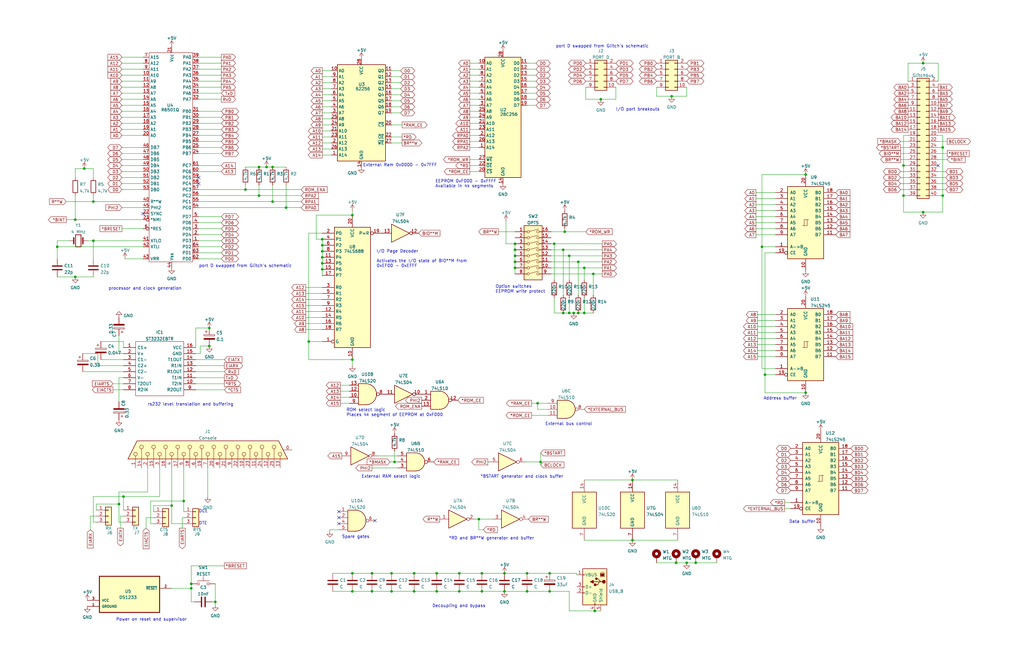
<source format=kicad_sch>
(kicad_sch (version 20211123) (generator eeschema)
  (paper "B")
  (junction (at 217.17 110.49))
  (junction (at 397.51 82.55))
  (junction (at 90.805 254))
  (junction (at 148.59 151.765))
  (junction (at 389.255 89.535))
  (junction (at 339.725 165.735))
  (junction (at 148.59 241.935))
  (junction (at 253.365 41.91))
  (junction (at 184.15 249.555))
  (junction (at 24.13 104.14))
  (junction (at 381 69.85))
  (junction (at 266.7 202.565))
  (junction (at 233.68 102.87))
  (junction (at 237.49 132.08))
  (junction (at 231.775 241.935))
  (junction (at 109.22 70.485))
  (junction (at 72.39 213.36))
  (junction (at 135.89 100.965))
  (junction (at 174.625 241.935))
  (junction (at 50.165 212.725))
  (junction (at 250.825 257.81))
  (junction (at 217.17 113.03))
  (junction (at 148.59 90.805))
  (junction (at 293.37 237.49))
  (junction (at 339.725 73.66))
  (junction (at 222.25 241.935))
  (junction (at 135.89 108.585))
  (junction (at 212.725 241.935))
  (junction (at 217.17 102.87))
  (junction (at 226.695 170.18))
  (junction (at 77.47 211.455))
  (junction (at 397.51 62.23))
  (junction (at 241.935 132.08))
  (junction (at 135.89 106.045))
  (junction (at 283.21 40.64))
  (junction (at 80.645 248.285))
  (junction (at 114.935 85.09))
  (junction (at 174.625 249.555))
  (junction (at 112.395 70.485))
  (junction (at 203.2 249.555))
  (junction (at 120.65 87.63))
  (junction (at 166.37 194.945))
  (junction (at 240.03 107.95))
  (junction (at 321.31 104.14))
  (junction (at 246.38 132.08))
  (junction (at 184.15 241.935))
  (junction (at 285.115 237.49))
  (junction (at 246.38 113.03))
  (junction (at 217.17 105.41))
  (junction (at 135.89 103.505))
  (junction (at 135.89 111.125))
  (junction (at 88.265 146.05))
  (junction (at 156.845 249.555))
  (junction (at 212.725 249.555))
  (junction (at 148.59 249.555))
  (junction (at 243.84 132.08))
  (junction (at 130.175 144.145))
  (junction (at 35.56 71.12))
  (junction (at 227.965 194.945))
  (junction (at 156.845 241.935))
  (junction (at 39.37 101.6))
  (junction (at 231.775 249.555))
  (junction (at 31.75 92.71))
  (junction (at 238.125 97.79))
  (junction (at 39.37 85.09))
  (junction (at 266.7 227.965))
  (junction (at 389.255 26.67))
  (junction (at 103.505 80.01))
  (junction (at 31.75 116.84))
  (junction (at 193.675 249.555))
  (junction (at 237.49 105.41))
  (junction (at 203.2 241.935))
  (junction (at 193.675 241.935))
  (junction (at 165.1 249.555))
  (junction (at 109.22 82.55))
  (junction (at 201.93 219.075))
  (junction (at 250.19 115.57))
  (junction (at 52.07 209.55))
  (junction (at 114.935 70.485))
  (junction (at 322.58 158.115))
  (junction (at 240.03 132.08))
  (junction (at 80.645 246.38))
  (junction (at 243.84 110.49))
  (junction (at 135.89 113.665))
  (junction (at 381 82.55))
  (junction (at 217.17 107.95))
  (junction (at 222.25 249.555))
  (junction (at 165.1 241.935))
  (junction (at 289.56 237.49))
  (junction (at 88.265 138.43))
  (no_connect (at 395.605 69.85))
  (no_connect (at 83.82 74.93))
  (no_connect (at 83.82 77.47))
  (no_connect (at 60.325 90.17))
  (no_connect (at 142.875 218.44))
  (no_connect (at 142.875 220.98))
  (no_connect (at 142.875 215.9))
  (no_connect (at 158.115 219.71))
  (wire (pts (xy 395.605 64.77) (xy 399.415 64.77)))
  (wire (pts (xy 143.51 162.56) (xy 147.32 162.56)))
  (wire (pts (xy 72.39 220.98) (xy 72.39 213.36)))
  (wire (pts (xy 130.175 144.145) (xy 130.175 98.425)))
  (wire (pts (xy 222.25 241.935) (xy 231.775 241.935)))
  (wire (pts (xy 83.82 80.01) (xy 103.505 80.01)))
  (wire (pts (xy 231.775 241.935) (xy 243.205 241.935)))
  (wire (pts (xy 201.93 219.075) (xy 201.93 223.52)))
  (wire (pts (xy 395.605 62.23) (xy 397.51 62.23)))
  (wire (pts (xy 52.07 144.145) (xy 52.07 146.685)))
  (wire (pts (xy 133.35 90.805) (xy 133.35 100.965)))
  (wire (pts (xy 379.73 72.39) (xy 382.905 72.39)))
  (wire (pts (xy 165.1 60.325) (xy 169.545 60.325)))
  (wire (pts (xy 135.89 57.785) (xy 139.7 57.785)))
  (wire (pts (xy 83.82 41.91) (xy 93.345 41.91)))
  (wire (pts (xy 203.2 249.555) (xy 212.725 249.555)))
  (wire (pts (xy 64.77 213.36) (xy 72.39 213.36)))
  (wire (pts (xy 222.25 26.67) (xy 226.06 26.67)))
  (wire (pts (xy 90.805 246.38) (xy 90.805 254)))
  (wire (pts (xy 198.12 69.85) (xy 201.93 69.85)))
  (wire (pts (xy 165.1 45.085) (xy 168.91 45.085)))
  (wire (pts (xy 47.625 164.465) (xy 52.07 164.465)))
  (wire (pts (xy 38.1 223.52) (xy 38.1 217.805)))
  (wire (pts (xy 51.435 72.39) (xy 60.325 72.39)))
  (wire (pts (xy 165.1 52.705) (xy 169.545 52.705)))
  (wire (pts (xy 165.1 42.545) (xy 168.91 42.545)))
  (wire (pts (xy 51.435 31.75) (xy 60.325 31.75)))
  (wire (pts (xy 382.905 57.15) (xy 381 57.15)))
  (wire (pts (xy 83.82 62.23) (xy 93.345 62.23)))
  (wire (pts (xy 238.125 97.79) (xy 247.015 97.79)))
  (wire (pts (xy 217.17 105.41) (xy 217.17 107.95)))
  (wire (pts (xy 103.505 78.105) (xy 103.505 80.01)))
  (wire (pts (xy 247.015 41.91) (xy 247.015 36.83)))
  (wire (pts (xy 198.12 46.99) (xy 201.93 46.99)))
  (wire (pts (xy 76.835 222.885) (xy 76.835 218.44)))
  (wire (pts (xy 50.8 217.805) (xy 52.07 217.805)))
  (wire (pts (xy 382.905 82.55) (xy 381 82.55)))
  (wire (pts (xy 259.715 41.91) (xy 259.715 36.83)))
  (wire (pts (xy 165.1 57.785) (xy 169.545 57.785)))
  (wire (pts (xy 322.58 165.735) (xy 322.58 158.115)))
  (wire (pts (xy 246.38 113.03) (xy 246.38 118.11)))
  (wire (pts (xy 243.205 241.935) (xy 243.205 242.57)))
  (wire (pts (xy 38.1 217.805) (xy 40.64 217.805)))
  (wire (pts (xy 379.73 67.31) (xy 382.905 67.31)))
  (wire (pts (xy 241.935 132.08) (xy 243.84 132.08)))
  (wire (pts (xy 246.38 125.73) (xy 246.38 132.08)))
  (wire (pts (xy 213.36 102.87) (xy 213.36 93.345)))
  (wire (pts (xy 319.405 145.415) (xy 327.025 145.415)))
  (wire (pts (xy 72.39 248.285) (xy 80.645 248.285)))
  (wire (pts (xy 88.265 138.43) (xy 82.55 138.43)))
  (wire (pts (xy 395.605 74.93) (xy 398.78 74.93)))
  (wire (pts (xy 240.03 125.73) (xy 240.03 132.08)))
  (wire (pts (xy 51.435 41.91) (xy 60.325 41.91)))
  (wire (pts (xy 34.925 156.845) (xy 52.07 156.845)))
  (wire (pts (xy 135.89 103.505) (xy 135.89 106.045)))
  (wire (pts (xy 321.31 155.575) (xy 321.31 104.14)))
  (wire (pts (xy 81.915 254) (xy 80.645 254)))
  (wire (pts (xy 240.03 132.08) (xy 241.935 132.08)))
  (wire (pts (xy 240.03 257.81) (xy 250.825 257.81)))
  (wire (pts (xy 327.025 155.575) (xy 321.31 155.575)))
  (wire (pts (xy 135.89 29.845) (xy 139.7 29.845)))
  (wire (pts (xy 198.12 49.53) (xy 201.93 49.53)))
  (wire (pts (xy 83.82 93.98) (xy 93.345 93.98)))
  (wire (pts (xy 397.51 82.55) (xy 395.605 82.55)))
  (wire (pts (xy 227.965 191.135) (xy 227.965 194.945)))
  (wire (pts (xy 83.82 54.61) (xy 93.345 54.61)))
  (wire (pts (xy 51.435 44.45) (xy 60.325 44.45)))
  (wire (pts (xy 319.405 142.875) (xy 327.025 142.875)))
  (wire (pts (xy 143.51 167.64) (xy 147.32 167.64)))
  (wire (pts (xy 51.435 69.85) (xy 60.325 69.85)))
  (wire (pts (xy 232.41 107.95) (xy 240.03 107.95)))
  (wire (pts (xy 198.12 31.75) (xy 201.93 31.75)))
  (wire (pts (xy 135.89 42.545) (xy 139.7 42.545)))
  (wire (pts (xy 231.775 249.555) (xy 240.03 249.555)))
  (wire (pts (xy 40.64 215.265) (xy 40.64 212.725)))
  (wire (pts (xy 143.51 165.1) (xy 147.32 165.1)))
  (wire (pts (xy 318.77 91.44) (xy 327.025 91.44)))
  (wire (pts (xy 51.435 34.29) (xy 60.325 34.29)))
  (wire (pts (xy 39.37 82.55) (xy 39.37 85.09)))
  (wire (pts (xy 83.82 26.67) (xy 93.345 26.67)))
  (wire (pts (xy 88.265 146.05) (xy 84.455 146.05)))
  (wire (pts (xy 83.82 72.39) (xy 93.345 72.39)))
  (wire (pts (xy 156.845 249.555) (xy 165.1 249.555)))
  (wire (pts (xy 83.82 91.44) (xy 93.345 91.44)))
  (wire (pts (xy 40.64 220.345) (xy 39.37 220.345)))
  (wire (pts (xy 50.165 149.225) (xy 52.07 149.225)))
  (wire (pts (xy 24.13 101.6) (xy 29.21 101.6)))
  (wire (pts (xy 198.12 57.15) (xy 201.93 57.15)))
  (wire (pts (xy 397.51 57.15) (xy 397.51 62.23)))
  (wire (pts (xy 83.82 52.07) (xy 93.345 52.07)))
  (wire (pts (xy 237.49 105.41) (xy 254 105.41)))
  (wire (pts (xy 276.86 237.49) (xy 285.115 237.49)))
  (wire (pts (xy 222.25 31.75) (xy 226.06 31.75)))
  (wire (pts (xy 140.335 241.935) (xy 148.59 241.935)))
  (wire (pts (xy 50.165 212.725) (xy 50.165 207.645)))
  (wire (pts (xy 31.75 116.84) (xy 39.37 116.84)))
  (wire (pts (xy 39.37 101.6) (xy 39.37 109.22)))
  (wire (pts (xy 27.94 85.09) (xy 39.37 85.09)))
  (wire (pts (xy 114.935 78.105) (xy 114.935 85.09)))
  (wire (pts (xy 128.905 126.365) (xy 135.89 126.365)))
  (wire (pts (xy 84.455 149.225) (xy 82.55 149.225)))
  (wire (pts (xy 135.89 45.085) (xy 139.7 45.085)))
  (wire (pts (xy 83.82 49.53) (xy 93.345 49.53)))
  (wire (pts (xy 156.845 197.485) (xy 167.64 197.485)))
  (wire (pts (xy 41.275 149.225) (xy 41.275 154.305)))
  (wire (pts (xy 165.1 37.465) (xy 168.91 37.465)))
  (wire (pts (xy 165.1 29.845) (xy 168.91 29.845)))
  (wire (pts (xy 114.935 85.09) (xy 127 85.09)))
  (wire (pts (xy 77.47 197.485) (xy 77.47 211.455)))
  (wire (pts (xy 198.12 39.37) (xy 201.93 39.37)))
  (wire (pts (xy 51.435 62.23) (xy 60.325 62.23)))
  (wire (pts (xy 232.41 97.79) (xy 238.125 97.79)))
  (wire (pts (xy 395.605 26.67) (xy 395.605 34.29)))
  (wire (pts (xy 283.21 40.64) (xy 289.56 40.64)))
  (wire (pts (xy 135.89 106.045) (xy 135.89 108.585)))
  (wire (pts (xy 381 89.535) (xy 389.255 89.535)))
  (wire (pts (xy 83.82 46.99) (xy 93.345 46.99)))
  (wire (pts (xy 64.77 215.9) (xy 64.77 213.36)))
  (wire (pts (xy 166.37 194.945) (xy 164.465 194.945)))
  (wire (pts (xy 389.255 26.67) (xy 395.605 26.67)))
  (wire (pts (xy 128.905 123.825) (xy 135.89 123.825)))
  (wire (pts (xy 120.65 78.105) (xy 120.65 87.63)))
  (wire (pts (xy 246.38 202.565) (xy 266.7 202.565)))
  (wire (pts (xy 266.7 202.565) (xy 285.75 202.565)))
  (wire (pts (xy 379.73 64.77) (xy 382.905 64.77)))
  (wire (pts (xy 83.82 85.09) (xy 114.935 85.09)))
  (wire (pts (xy 140.335 249.555) (xy 148.59 249.555)))
  (wire (pts (xy 221.615 194.945) (xy 227.965 194.945)))
  (wire (pts (xy 319.405 135.255) (xy 327.025 135.255)))
  (wire (pts (xy 83.82 106.68) (xy 93.345 106.68)))
  (wire (pts (xy 83.82 104.14) (xy 93.345 104.14)))
  (wire (pts (xy 330.835 212.09) (xy 333.375 212.09)))
  (wire (pts (xy 39.37 101.6) (xy 60.325 101.6)))
  (wire (pts (xy 112.395 70.485) (xy 114.935 70.485)))
  (wire (pts (xy 250.825 257.81) (xy 253.365 257.81)))
  (wire (pts (xy 318.77 81.28) (xy 327.025 81.28)))
  (wire (pts (xy 222.25 34.29) (xy 226.06 34.29)))
  (wire (pts (xy 222.25 44.45) (xy 226.06 44.45)))
  (wire (pts (xy 198.12 59.69) (xy 201.93 59.69)))
  (wire (pts (xy 319.405 140.335) (xy 327.025 140.335)))
  (wire (pts (xy 198.12 72.39) (xy 201.93 72.39)))
  (wire (pts (xy 224.155 170.18) (xy 226.695 170.18)))
  (wire (pts (xy 83.82 64.77) (xy 93.345 64.77)))
  (wire (pts (xy 82.55 156.845) (xy 94.615 156.845)))
  (wire (pts (xy 51.435 57.15) (xy 60.325 57.15)))
  (wire (pts (xy 90.805 254) (xy 90.805 255.27)))
  (wire (pts (xy 135.89 100.965) (xy 135.89 103.505)))
  (wire (pts (xy 233.68 125.73) (xy 233.68 132.08)))
  (wire (pts (xy 83.82 109.22) (xy 93.345 109.22)))
  (wire (pts (xy 379.73 74.93) (xy 382.905 74.93)))
  (wire (pts (xy 193.675 249.555) (xy 203.2 249.555)))
  (wire (pts (xy 51.435 64.77) (xy 60.325 64.77)))
  (wire (pts (xy 198.12 44.45) (xy 201.93 44.45)))
  (wire (pts (xy 198.12 29.21) (xy 201.93 29.21)))
  (wire (pts (xy 128.905 136.525) (xy 135.89 136.525)))
  (wire (pts (xy 31.75 82.55) (xy 31.75 92.71)))
  (wire (pts (xy 379.73 62.23) (xy 382.905 62.23)))
  (wire (pts (xy 52.07 209.55) (xy 67.31 209.55)))
  (wire (pts (xy 165.1 249.555) (xy 174.625 249.555)))
  (wire (pts (xy 233.68 132.08) (xy 237.49 132.08)))
  (wire (pts (xy 322.58 158.115) (xy 327.025 158.115)))
  (wire (pts (xy 285.115 237.49) (xy 289.56 237.49)))
  (wire (pts (xy 217.17 107.95) (xy 217.17 110.49)))
  (wire (pts (xy 31.75 71.12) (xy 35.56 71.12)))
  (wire (pts (xy 322.58 106.68) (xy 322.58 158.115)))
  (wire (pts (xy 318.77 83.82) (xy 327.025 83.82)))
  (wire (pts (xy 83.82 69.85) (xy 93.345 69.85)))
  (wire (pts (xy 135.89 108.585) (xy 135.89 111.125)))
  (wire (pts (xy 51.435 39.37) (xy 60.325 39.37)))
  (wire (pts (xy 321.31 73.66) (xy 339.725 73.66)))
  (wire (pts (xy 120.65 87.63) (xy 127 87.63)))
  (wire (pts (xy 77.47 211.455) (xy 77.47 215.9)))
  (wire (pts (xy 166.37 190.5) (xy 166.37 194.945)))
  (wire (pts (xy 379.73 77.47) (xy 382.905 77.47)))
  (wire (pts (xy 51.435 80.01) (xy 60.325 80.01)))
  (wire (pts (xy 24.13 116.84) (xy 31.75 116.84)))
  (wire (pts (xy 80.645 248.285) (xy 80.645 254)))
  (wire (pts (xy 82.55 138.43) (xy 82.55 146.685)))
  (wire (pts (xy 34.925 149.225) (xy 41.275 149.225)))
  (wire (pts (xy 382.905 34.29) (xy 382.905 26.67)))
  (wire (pts (xy 41.275 154.305) (xy 52.07 154.305)))
  (wire (pts (xy 321.31 104.14) (xy 321.31 73.66)))
  (wire (pts (xy 42.545 144.145) (xy 52.07 144.145)))
  (wire (pts (xy 207.645 219.075) (xy 201.93 219.075)))
  (wire (pts (xy 381 69.85) (xy 382.905 69.85)))
  (wire (pts (xy 80.645 246.38) (xy 80.645 248.285)))
  (wire (pts (xy 83.82 82.55) (xy 109.22 82.55)))
  (wire (pts (xy 47.625 161.925) (xy 52.07 161.925)))
  (wire (pts (xy 327.025 106.68) (xy 322.58 106.68)))
  (wire (pts (xy 250.19 115.57) (xy 250.19 124.46)))
  (wire (pts (xy 35.56 71.12) (xy 39.37 71.12)))
  (wire (pts (xy 397.51 62.23) (xy 397.51 82.55)))
  (wire (pts (xy 61.595 218.44) (xy 64.77 218.44)))
  (wire (pts (xy 319.405 132.715) (xy 327.025 132.715)))
  (wire (pts (xy 51.435 52.07) (xy 60.325 52.07)))
  (wire (pts (xy 83.82 29.21) (xy 93.345 29.21)))
  (wire (pts (xy 128.905 133.985) (xy 135.89 133.985)))
  (wire (pts (xy 318.77 93.98) (xy 327.025 93.98)))
  (wire (pts (xy 50.165 141.605) (xy 50.165 149.225)))
  (wire (pts (xy 77.47 220.98) (xy 72.39 220.98)))
  (wire (pts (xy 243.84 110.49) (xy 254 110.49)))
  (wire (pts (xy 83.82 101.6) (xy 93.345 101.6)))
  (wire (pts (xy 24.13 104.14) (xy 60.325 104.14)))
  (wire (pts (xy 232.41 110.49) (xy 243.84 110.49)))
  (wire (pts (xy 143.51 170.18) (xy 147.32 170.18)))
  (wire (pts (xy 40.64 212.725) (xy 50.165 212.725)))
  (wire (pts (xy 227.965 194.945) (xy 227.965 196.215)))
  (wire (pts (xy 198.12 26.67) (xy 201.93 26.67)))
  (wire (pts (xy 135.89 111.125) (xy 135.89 113.665)))
  (wire (pts (xy 240.03 249.555) (xy 240.03 257.81)))
  (wire (pts (xy 148.59 90.805) (xy 133.35 90.805)))
  (wire (pts (xy 198.12 36.83) (xy 201.93 36.83)))
  (wire (pts (xy 246.38 227.965) (xy 266.7 227.965)))
  (wire (pts (xy 50.165 207.645) (xy 62.23 207.645)))
  (wire (pts (xy 51.435 24.13) (xy 60.325 24.13)))
  (wire (pts (xy 174.625 249.555) (xy 184.15 249.555)))
  (wire (pts (xy 148.59 151.765) (xy 148.59 154.305)))
  (wire (pts (xy 198.12 34.29) (xy 201.93 34.29)))
  (wire (pts (xy 198.12 62.23) (xy 201.93 62.23)))
  (wire (pts (xy 51.435 46.99) (xy 60.325 46.99)))
  (wire (pts (xy 382.905 26.67) (xy 389.255 26.67)))
  (wire (pts (xy 319.405 147.955) (xy 327.025 147.955)))
  (wire (pts (xy 36.83 101.6) (xy 39.37 101.6)))
  (wire (pts (xy 52.07 220.345) (xy 50.165 220.345)))
  (wire (pts (xy 319.405 137.795) (xy 327.025 137.795)))
  (wire (pts (xy 27.94 92.71) (xy 31.75 92.71)))
  (wire (pts (xy 83.82 39.37) (xy 93.345 39.37)))
  (wire (pts (xy 240.03 107.95) (xy 254 107.95)))
  (wire (pts (xy 203.2 241.935) (xy 212.725 241.935)))
  (wire (pts (xy 232.41 102.87) (xy 233.68 102.87)))
  (wire (pts (xy 82.55 154.305) (xy 94.615 154.305)))
  (wire (pts (xy 83.82 24.13) (xy 93.345 24.13)))
  (wire (pts (xy 135.89 50.165) (xy 139.7 50.165)))
  (wire (pts (xy 289.56 237.49) (xy 293.37 237.49)))
  (wire (pts (xy 135.89 47.625) (xy 139.7 47.625)))
  (wire (pts (xy 50.8 222.885) (xy 50.8 217.805)))
  (wire (pts (xy 51.435 49.53) (xy 60.325 49.53)))
  (wire (pts (xy 80.645 238.76) (xy 80.645 246.38)))
  (wire (pts (xy 67.31 209.55) (xy 67.31 197.485)))
  (wire (pts (xy 212.725 249.555) (xy 222.25 249.555)))
  (wire (pts (xy 109.22 70.485) (xy 112.395 70.485)))
  (wire (pts (xy 52.07 159.385) (xy 50.165 159.385)))
  (wire (pts (xy 128.905 128.905) (xy 135.89 128.905)))
  (wire (pts (xy 395.605 72.39) (xy 398.78 72.39)))
  (wire (pts (xy 83.82 87.63) (xy 120.65 87.63)))
  (wire (pts (xy 90.805 254) (xy 89.535 254)))
  (wire (pts (xy 198.12 41.91) (xy 201.93 41.91)))
  (wire (pts (xy 389.255 89.535) (xy 397.51 89.535)))
  (wire (pts (xy 130.175 98.425) (xy 135.89 98.425)))
  (wire (pts (xy 198.12 52.07) (xy 201.93 52.07)))
  (wire (pts (xy 222.25 249.555) (xy 231.775 249.555)))
  (wire (pts (xy 82.55 151.765) (xy 94.615 151.765)))
  (wire (pts (xy 231.14 172.72) (xy 226.695 172.72)))
  (wire (pts (xy 266.7 227.965) (xy 285.75 227.965)))
  (wire (pts (xy 237.49 105.41) (xy 237.49 124.46)))
  (wire (pts (xy 174.625 241.935) (xy 184.15 241.935)))
  (wire (pts (xy 237.49 132.08) (xy 240.03 132.08)))
  (wire (pts (xy 318.77 86.36) (xy 327.025 86.36)))
  (wire (pts (xy 82.55 161.925) (xy 94.615 161.925)))
  (wire (pts (xy 217.17 102.87) (xy 213.36 102.87)))
  (wire (pts (xy 193.675 241.935) (xy 203.2 241.935)))
  (wire (pts (xy 289.56 40.64) (xy 289.56 36.83)))
  (wire (pts (xy 39.37 85.09) (xy 60.325 85.09)))
  (wire (pts (xy 83.82 99.06) (xy 93.345 99.06)))
  (wire (pts (xy 42.545 151.765) (xy 52.07 151.765)))
  (wire (pts (xy 395.605 77.47) (xy 398.78 77.47)))
  (wire (pts (xy 51.435 67.31) (xy 60.325 67.31)))
  (wire (pts (xy 217.17 110.49) (xy 217.17 113.03)))
  (wire (pts (xy 397.51 89.535) (xy 397.51 82.55)))
  (wire (pts (xy 51.435 36.83) (xy 60.325 36.83)))
  (wire (pts (xy 135.89 34.925) (xy 139.7 34.925)))
  (wire (pts (xy 39.37 209.55) (xy 52.07 209.55)))
  (wire (pts (xy 156.845 241.935) (xy 165.1 241.935)))
  (wire (pts (xy 319.405 150.495) (xy 327.025 150.495)))
  (wire (pts (xy 51.435 26.67) (xy 60.325 26.67)))
  (wire (pts (xy 339.725 165.735) (xy 322.58 165.735)))
  (wire (pts (xy 395.605 57.15) (xy 397.51 57.15)))
  (wire (pts (xy 166.37 194.945) (xy 167.64 194.945)))
  (wire (pts (xy 83.82 59.69) (xy 93.345 59.69)))
  (wire (pts (xy 253.365 41.91) (xy 259.715 41.91)))
  (wire (pts (xy 51.435 87.63) (xy 60.325 87.63)))
  (wire (pts (xy 50.165 159.385) (xy 50.165 169.545)))
  (wire (pts (xy 217.17 102.87) (xy 217.17 105.41)))
  (wire (pts (xy 135.89 55.245) (xy 139.7 55.245)))
  (wire (pts (xy 217.17 113.03) (xy 217.17 115.57)))
  (wire (pts (xy 83.82 96.52) (xy 93.345 96.52)))
  (wire (pts (xy 232.41 113.03) (xy 246.38 113.03)))
  (wire (pts (xy 240.03 107.95) (xy 240.03 118.11)))
  (wire (pts (xy 133.35 100.965) (xy 135.89 100.965)))
  (wire (pts (xy 82.55 159.385) (xy 94.615 159.385)))
  (wire (pts (xy 135.89 113.665) (xy 135.89 116.205)))
  (wire (pts (xy 198.12 67.31) (xy 201.93 67.31)))
  (wire (pts (xy 395.605 80.01) (xy 398.78 80.01)))
  (wire (pts (xy 63.5 220.98) (xy 63.5 211.455)))
  (wire (pts (xy 226.695 170.18) (xy 231.14 170.18)))
  (wire (pts (xy 109.22 82.55) (xy 127 82.55)))
  (wire (pts (xy 82.55 164.465) (xy 94.615 164.465)))
  (wire (pts (xy 130.175 151.765) (xy 130.175 144.145)))
  (wire (pts (xy 128.905 121.285) (xy 135.89 121.285)))
  (wire (pts (xy 184.15 249.555) (xy 193.675 249.555)))
  (wire (pts (xy 318.77 99.06) (xy 327.025 99.06)))
  (wire (pts (xy 135.89 65.405) (xy 139.7 65.405)))
  (wire (pts (xy 50.165 220.345) (xy 50.165 212.725)))
  (wire (pts (xy 330.835 214.63) (xy 333.375 214.63)))
  (wire (pts (xy 39.37 71.12) (xy 39.37 74.93)))
  (wire (pts (xy 203.835 223.52) (xy 201.93 223.52)))
  (wire (pts (xy 24.13 104.14) (xy 24.13 101.6)))
  (wire (pts (xy 318.77 88.9) (xy 327.025 88.9)))
  (wire (pts (xy 165.1 34.925) (xy 168.91 34.925)))
  (wire (pts (xy 139.065 223.52) (xy 142.875 223.52)))
  (wire (pts (xy 246.38 132.08) (xy 250.19 132.08)))
  (wire (pts (xy 222.25 41.91) (xy 226.06 41.91)))
  (wire (pts (xy 201.93 219.075) (xy 200.66 219.075)))
  (wire (pts (xy 226.695 172.72) (xy 226.695 170.18)))
  (wire (pts (xy 243.84 110.49) (xy 243.84 124.46)))
  (wire (pts (xy 52.705 109.22) (xy 60.325 109.22)))
  (wire (pts (xy 318.77 96.52) (xy 327.025 96.52)))
  (wire (pts (xy 84.455 146.05) (xy 84.455 149.225)))
  (wire (pts (xy 139.065 224.155) (xy 139.065 223.52)))
  (wire (pts (xy 87.63 209.55) (xy 87.63 197.485)))
  (wire (pts (xy 83.82 34.29) (xy 93.345 34.29)))
  (wire (pts (xy 233.68 102.87) (xy 233.68 118.11)))
  (wire (pts (xy 109.22 78.105) (xy 109.22 82.55)))
  (wire (pts (xy 205.74 194.945) (xy 206.375 194.945)))
  (wire (pts (xy 83.82 36.83) (xy 93.345 36.83)))
  (wire (pts (xy 103.505 80.01) (xy 127 80.01)))
  (wire (pts (xy 39.37 220.345) (xy 39.37 209.55)))
  (wire (pts (xy 80.645 238.76) (xy 94.615 238.76)))
  (wire (pts (xy 64.77 220.98) (xy 63.5 220.98)))
  (wire (pts (xy 379.73 80.01) (xy 382.905 80.01)))
  (wire (pts (xy 51.435 29.21) (xy 60.325 29.21)))
  (wire (pts (xy 52.07 215.265) (xy 52.07 209.55)))
  (wire (pts (xy 61.595 222.885) (xy 61.595 218.44)))
  (wire (pts (xy 167.64 192.405) (xy 159.385 192.405)))
  (wire (pts (xy 135.89 52.705) (xy 139.7 52.705)))
  (wire (pts (xy 62.23 207.645) (xy 62.23 197.485)))
  (wire (pts (xy 381 82.55) (xy 381 69.85)))
  (wire (pts (xy 184.15 241.935) (xy 193.675 241.935)))
  (wire (pts (xy 381 57.15) (xy 381 69.85)))
  (wire (pts (xy 250.19 115.57) (xy 254 115.57)))
  (wire (pts (xy 76.835 218.44) (xy 77.47 218.44)))
  (wire (pts (xy 148.59 241.935) (xy 156.845 241.935)))
  (wire (pts (xy 31.75 74.93) (xy 31.75 71.12)))
  (wire (pts (xy 276.86 40.64) (xy 276.86 36.83)))
  (wire (pts (xy 165.1 241.935) (xy 174.625 241.935)))
  (wire (pts (xy 253.365 41.91) (xy 247.015 41.91)))
  (wire (pts (xy 321.31 104.14) (xy 327.025 104.14)))
  (wire (pts (xy 165.1 47.625) (xy 168.91 47.625)))
  (wire (pts (xy 395.605 67.31) (xy 399.415 67.31)))
  (wire (pts (xy 31.75 92.71) (xy 60.325 92.71)))
  (wire (pts (xy 148.59 88.9) (xy 148.59 90.805)))
  (wire (pts (xy 243.84 132.08) (xy 246.38 132.08)))
  (wire (pts (xy 224.155 175.26) (xy 231.14 175.26)))
  (wire (pts (xy 212.725 241.935) (xy 222.25 241.935)))
  (wire (pts (xy 233.68 102.87) (xy 254 102.87)))
  (wire (pts (xy 148.59 151.765) (xy 130.175 151.765)))
  (wire (pts (xy 198.12 54.61) (xy 201.93 54.61)))
  (wire (pts (xy 148.59 249.555) (xy 156.845 249.555)))
  (wire (pts (xy 379.73 59.69) (xy 382.905 59.69)))
  (wire (pts (xy 165.1 40.005) (xy 168.91 40.005)))
  (wire (pts (xy 51.435 77.47) (xy 60.325 77.47)))
  (wire (pts (xy 130.175 144.145) (xy 135.89 144.145)))
  (wire (pts (xy 381 82.55) (xy 381 89.535)))
  (wire (pts (xy 72.39 213.36) (xy 72.39 197.485)))
  (wire (pts (xy 222.25 29.21) (xy 226.06 29.21)))
  (wire (pts (xy 51.435 74.93) (xy 60.325 74.93)))
  (wire (pts (xy 128.905 131.445) (xy 135.89 131.445)))
  (wire (pts (xy 135.89 40.005) (xy 139.7 40.005)))
  (wire (pts (xy 114.935 70.485) (xy 120.65 70.485)))
  (wire (pts (xy 83.82 57.15) (xy 93.345 57.15)))
  (wire (pts (xy 238.125 96.52) (xy 238.125 97.79)))
  (wire (pts (xy 51.435 96.52) (xy 60.325 96.52)))
  (wire (pts (xy 128.905 139.065) (xy 135.89 139.065)))
  (wire (pts (xy 232.41 105.41) (xy 237.49 105.41)))
  (wire (pts (xy 293.37 237.49) (xy 302.26 237.49)))
  (wire (pts (xy 51.435 54.61) (xy 60.325 54.61)))
  (wire (pts (xy 395.605 59.69) (xy 399.415 59.69)))
  (wire (pts (xy 83.82 31.75) (xy 93.345 31.75)))
  (wire (pts (xy 24.13 109.22) (xy 24.13 104.14)))
  (wire (pts (xy 246.38 113.03) (xy 254 113.03)))
  (wire (pts (xy 135.89 32.385) (xy 139.7 32.385)))
  (wire (pts (xy 283.21 40.64) (xy 276.86 40.64)))
  (wire (pts (xy 222.25 36.83) (xy 226.06 36.83)))
  (wire (pts (xy 135.89 62.865) (xy 139.7 62.865)))
  (wire (pts (xy 135.89 37.465) (xy 139.7 37.465)))
  (wire (pts (xy 165.1 32.385) (xy 168.91 32.385)))
  (wire (pts (xy 210.185 97.79) (xy 217.17 97.79)))
  (wire (pts (xy 232.41 115.57) (xy 250.19 115.57)))
  (wire (pts (xy 222.25 39.37) (xy 226.06 39.37)))
  (wire (pts (xy 103.505 70.485) (xy 109.22 70.485)))
  (wire (pts (xy 135.89 60.325) (xy 139.7 60.325)))
  (wire (pts (xy 63.5 211.455) (xy 77.47 211.455)))
  (text "port D swapped from Glitch's schematic" (at 234.315 20.32 0) (effects (font (size 1.27 1.27)) (justify left bottom)))
  (text "External RAM select logic" (at 152.4 201.93 0) (effects (font (size 1.27 1.27)) (justify left bottom)))
  (text "Spare gates" (at 144.145 227.33 0) (effects (font (size 1.27 1.27)) (justify left bottom)))
  (text "processor and clock generation" (at 45.72 122.555 0) (effects (font (size 1.27 1.27)) (justify left bottom)))
  (text "DCE" (at 83.82 216.535 0) (effects (font (size 1.27 1.27)) (justify left bottom)))
  (text "Power on reset and supervisor" (at 48.895 262.255 0) (effects (font (size 1.27 1.27)) (justify left bottom)))
  (text "DTE" (at 83.82 221.615 0) (effects (font (size 1.27 1.27)) (justify left bottom)))
  (text "Decoupling and bypass" (at 182.245 256.54 0) (effects (font (size 1.27 1.27)) (justify left bottom)))
  (text "Data buffer" (at 332.74 220.98 0) (effects (font (size 1.27 1.27)) (justify left bottom)))
  (text "External Ram 0x0000 - 0x7FFF" (at 153.035 70.485 0) (effects (font (size 1.27 1.27)) (justify left bottom)))
  (text "port D swapped from Glitch's schematic" (at 83.82 113.03 0) (effects (font (size 1.27 1.27)) (justify left bottom)))
  (text "Address buffer" (at 321.945 168.91 0) (effects (font (size 1.27 1.27)) (justify left bottom)))
  (text "*BSTART generator and clock buffer" (at 202.565 201.93 0) (effects (font (size 1.27 1.27)) (justify left bottom)))
  (text "External bus control" (at 229.87 179.705 0) (effects (font (size 1.27 1.27)) (justify left bottom)))
  (text "EEPROM 0xF000 - 0xFFFF\nAvailable in 4k segments" (at 183.515 79.375 0) (effects (font (size 1.27 1.27)) (justify left bottom)))
  (text "I/O port breakouts" (at 259.715 46.99 0) (effects (font (size 1.27 1.27)) (justify left bottom)))
  (text "Option switches\nEEPROM write protect" (at 208.915 123.825 0) (effects (font (size 1.27 1.27)) (justify left bottom)))
  (text "rs232 level translation and buffering" (at 62.23 171.45 0) (effects (font (size 1.27 1.27)) (justify left bottom)))
  (text "*RD and BR**W generator and buffer" (at 189.23 227.965 0) (effects (font (size 1.27 1.27)) (justify left bottom)))
  (text "I/O Page Decoder\n\nActivates the I/O state of BIO**M from \n0xEF00 - 0xEFFF" (at 158.75 113.03 0) (effects (font (size 1.27 1.27)) (justify left bottom)))
  (text "ROM select logic\nPlaces 4k segment of EEPROM at 0xF000" (at 146.05 175.895 0) (effects (font (size 1.27 1.27)) (justify left bottom)))
  (global_label "D7" (shape bidirectional) (at 51.435 62.23 180) (property "Intersheet References" "${INTERSHEET_REFS}" (effects hide)))
  (global_label "BA1" (shape input) (at 352.425 83.82 0) (property "Intersheet References" "${INTERSHEET_REFS}" (effects hide)))
  (global_label "BA10" (shape input) (at 352.425 137.795 0) (property "Intersheet References" "${INTERSHEET_REFS}" (effects hide)))
  (global_label "D6" (shape bidirectional) (at 226.06 41.91 0) (property "Intersheet References" "${INTERSHEET_REFS}" (effects hide)))
  (global_label "D1" (shape bidirectional) (at 226.06 29.21 0) (property "Intersheet References" "${INTERSHEET_REFS}" (effects hide)))
  (global_label "A14" (shape output) (at 128.905 126.365 180) (property "Intersheet References" "${INTERSHEET_REFS}" (effects hide)))
  (global_label "RxD" (shape output) (at 93.345 41.91 0) (property "Intersheet References" "${INTERSHEET_REFS}" (effects hide)))
  (global_label "A7" (shape output) (at 135.89 47.625 180) (property "Intersheet References" "${INTERSHEET_REFS}" (effects hide)))
  (global_label "A15" (shape output) (at 143.51 170.18 180) (property "Intersheet References" "${INTERSHEET_REFS}" (effects hide)))
  (global_label "EIATX" (shape input) (at 94.615 151.765 0) (property "Intersheet References" "${INTERSHEET_REFS}" (effects hide)))
  (global_label "A10" (shape output) (at 128.905 133.985 180) (property "Intersheet References" "${INTERSHEET_REFS}" (effects hide)))
  (global_label "*RD" (shape output) (at 330.835 212.09 180) (property "Intersheet References" "${INTERSHEET_REFS}" (effects hide)))
  (global_label "PD7" (shape bidirectional) (at 259.715 34.29 0) (property "Intersheet References" "${INTERSHEET_REFS}" (effects hide)))
  (global_label "EIARX" (shape output) (at 94.615 154.305 0) (property "Intersheet References" "${INTERSHEET_REFS}" (effects hide)))
  (global_label "D2" (shape bidirectional) (at 226.06 31.75 0) (property "Intersheet References" "${INTERSHEET_REFS}" (effects hide)))
  (global_label "RPA2" (shape output) (at 198.12 62.23 180) (property "Intersheet References" "${INTERSHEET_REFS}" (effects hide)))
  (global_label "*ROM_WR" (shape output) (at 198.12 67.31 180) (property "Intersheet References" "${INTERSHEET_REFS}" (effects hide)))
  (global_label "BIO**M" (shape output) (at 379.73 64.77 180) (property "Intersheet References" "${INTERSHEET_REFS}" (effects hide)))
  (global_label "EIARX" (shape input) (at 38.1 223.52 270) (property "Intersheet References" "${INTERSHEET_REFS}" (effects hide)))
  (global_label "BA6" (shape output) (at 382.905 44.45 180) (property "Intersheet References" "${INTERSHEET_REFS}" (effects hide)))
  (global_label "PA5" (shape output) (at 254 102.87 0) (property "Intersheet References" "${INTERSHEET_REFS}" (effects hide)))
  (global_label "*BMASK" (shape input) (at 379.73 59.69 180) (property "Intersheet References" "${INTERSHEET_REFS}" (effects hide)))
  (global_label "D4" (shape bidirectional) (at 226.06 36.83 0) (property "Intersheet References" "${INTERSHEET_REFS}" (effects hide)))
  (global_label "*ROM_CE" (shape output) (at 198.12 72.39 180) (property "Intersheet References" "${INTERSHEET_REFS}" (effects hide)))
  (global_label "PB7" (shape bidirectional) (at 289.56 34.29 0) (property "Intersheet References" "${INTERSHEET_REFS}" (effects hide)))
  (global_label "D1" (shape bidirectional) (at 168.91 32.385 0) (property "Intersheet References" "${INTERSHEET_REFS}" (effects hide)))
  (global_label "BA7" (shape input) (at 352.425 99.06 0) (property "Intersheet References" "${INTERSHEET_REFS}" (effects hide)))
  (global_label "EIARTS" (shape output) (at 76.835 222.885 270) (property "Intersheet References" "${INTERSHEET_REFS}" (effects hide)))
  (global_label "BA5" (shape input) (at 352.425 93.98 0) (property "Intersheet References" "${INTERSHEET_REFS}" (effects hide)))
  (global_label "A13" (shape output) (at 143.51 165.1 180) (property "Intersheet References" "${INTERSHEET_REFS}" (effects hide)))
  (global_label "BA4" (shape output) (at 382.905 41.91 180) (property "Intersheet References" "${INTERSHEET_REFS}" (effects hide)))
  (global_label "A6" (shape input) (at 51.435 41.91 180) (property "Intersheet References" "${INTERSHEET_REFS}" (effects hide)))
  (global_label "A11" (shape output) (at 135.89 57.785 180) (property "Intersheet References" "${INTERSHEET_REFS}" (effects hide)))
  (global_label "A10" (shape output) (at 198.12 52.07 180) (property "Intersheet References" "${INTERSHEET_REFS}" (effects hide)))
  (global_label "PB0" (shape bidirectional) (at 276.86 26.67 180) (property "Intersheet References" "${INTERSHEET_REFS}" (effects hide)))
  (global_label "D1" (shape bidirectional) (at 51.435 77.47 180) (property "Intersheet References" "${INTERSHEET_REFS}" (effects hide)))
  (global_label "PB4" (shape bidirectional) (at 276.86 31.75 180) (property "Intersheet References" "${INTERSHEET_REFS}" (effects hide)))
  (global_label "TxD" (shape output) (at 94.615 159.385 0) (property "Intersheet References" "${INTERSHEET_REFS}" (effects hide)))
  (global_label "BA14" (shape output) (at 382.905 54.61 180) (property "Intersheet References" "${INTERSHEET_REFS}" (effects hide)))
  (global_label "PD4" (shape bidirectional) (at 247.015 31.75 180) (property "Intersheet References" "${INTERSHEET_REFS}" (effects hide)))
  (global_label "D0" (shape bidirectional) (at 226.06 26.67 0) (property "Intersheet References" "${INTERSHEET_REFS}" (effects hide)))
  (global_label "A8" (shape output) (at 135.89 50.165 180) (property "Intersheet References" "${INTERSHEET_REFS}" (effects hide)))
  (global_label "*BINT" (shape output) (at 27.94 92.71 180) (property "Intersheet References" "${INTERSHEET_REFS}" (effects hide)))
  (global_label "A0" (shape output) (at 198.12 26.67 180) (property "Intersheet References" "${INTERSHEET_REFS}" (effects hide)))
  (global_label "BA3" (shape output) (at 395.605 39.37 0) (property "Intersheet References" "${INTERSHEET_REFS}" (effects hide)))
  (global_label "A1" (shape output) (at 135.89 32.385 180) (property "Intersheet References" "${INTERSHEET_REFS}" (effects hide)))
  (global_label "D3" (shape bidirectional) (at 51.435 72.39 180) (property "Intersheet References" "${INTERSHEET_REFS}" (effects hide)))
  (global_label "PB0" (shape bidirectional) (at 93.345 46.99 0) (property "Intersheet References" "${INTERSHEET_REFS}" (effects hide)))
  (global_label "A7" (shape output) (at 318.77 99.06 180) (property "Intersheet References" "${INTERSHEET_REFS}" (effects hide)))
  (global_label "A13" (shape output) (at 135.89 62.865 180) (property "Intersheet References" "${INTERSHEET_REFS}" (effects hide)))
  (global_label "*RAM_CE" (shape output) (at 224.155 170.18 180) (property "Intersheet References" "${INTERSHEET_REFS}" (effects hide)))
  (global_label "RPA2" (shape input) (at 127 82.55 0) (property "Intersheet References" "${INTERSHEET_REFS}" (effects hide)))
  (global_label "R**W" (shape output) (at 185.42 219.075 180) (property "Intersheet References" "${INTERSHEET_REFS}" (effects hide)))
  (global_label "PHI2" (shape input) (at 51.435 87.63 180) (property "Intersheet References" "${INTERSHEET_REFS}" (effects hide)))
  (global_label "D0" (shape bidirectional) (at 168.91 29.845 0) (property "Intersheet References" "${INTERSHEET_REFS}" (effects hide)))
  (global_label "PB6" (shape bidirectional) (at 93.345 62.23 0) (property "Intersheet References" "${INTERSHEET_REFS}" (effects hide)))
  (global_label "A0" (shape output) (at 318.77 81.28 180) (property "Intersheet References" "${INTERSHEET_REFS}" (effects hide)))
  (global_label "*RAM_CE" (shape output) (at 169.545 52.705 0) (property "Intersheet References" "${INTERSHEET_REFS}" (effects hide)))
  (global_label "A10" (shape output) (at 319.405 137.795 180) (property "Intersheet References" "${INTERSHEET_REFS}" (effects hide)))
  (global_label "PB4" (shape bidirectional) (at 93.345 57.15 0) (property "Intersheet References" "${INTERSHEET_REFS}" (effects hide)))
  (global_label "D4" (shape bidirectional) (at 333.375 199.39 180) (property "Intersheet References" "${INTERSHEET_REFS}" (effects hide)))
  (global_label "A0" (shape output) (at 135.89 29.845 180) (property "Intersheet References" "${INTERSHEET_REFS}" (effects hide)))
  (global_label "BR**W" (shape output) (at 379.73 67.31 180) (property "Intersheet References" "${INTERSHEET_REFS}" (effects hide)))
  (global_label "BR**W" (shape input) (at 222.885 219.075 0) (property "Intersheet References" "${INTERSHEET_REFS}" (effects hide)))
  (global_label "A11" (shape output) (at 128.905 131.445 180) (property "Intersheet References" "${INTERSHEET_REFS}" (effects hide)))
  (global_label "A12" (shape output) (at 143.51 162.56 180) (property "Intersheet References" "${INTERSHEET_REFS}" (effects hide)))
  (global_label "D5" (shape bidirectional) (at 51.435 67.31 180) (property "Intersheet References" "${INTERSHEET_REFS}" (effects hide)))
  (global_label "*CTS" (shape input) (at 94.615 164.465 0) (property "Intersheet References" "${INTERSHEET_REFS}" (effects hide)))
  (global_label "D7" (shape bidirectional) (at 168.91 47.625 0) (property "Intersheet References" "${INTERSHEET_REFS}" (effects hide)))
  (global_label "BA12" (shape input) (at 352.425 142.875 0) (property "Intersheet References" "${INTERSHEET_REFS}" (effects hide)))
  (global_label "A4" (shape output) (at 198.12 36.83 180) (property "Intersheet References" "${INTERSHEET_REFS}" (effects hide)))
  (global_label "BD1" (shape bidirectional) (at 398.78 72.39 0) (property "Intersheet References" "${INTERSHEET_REFS}" (effects hide)))
  (global_label "A13" (shape output) (at 128.905 123.825 180) (property "Intersheet References" "${INTERSHEET_REFS}" (effects hide)))
  (global_label "A12" (shape output) (at 319.405 142.875 180) (property "Intersheet References" "${INTERSHEET_REFS}" (effects hide)))
  (global_label "PA5" (shape output) (at 93.345 36.83 0) (property "Intersheet References" "${INTERSHEET_REFS}" (effects hide)))
  (global_label "PD1" (shape bidirectional) (at 259.715 26.67 0) (property "Intersheet References" "${INTERSHEET_REFS}" (effects hide)))
  (global_label "BA13" (shape input) (at 352.425 145.415 0) (property "Intersheet References" "${INTERSHEET_REFS}" (effects hide)))
  (global_label "A15" (shape output) (at 144.145 192.405 180) (property "Intersheet References" "${INTERSHEET_REFS}" (effects hide)))
  (global_label "PB7" (shape bidirectional) (at 93.345 64.77 0) (property "Intersheet References" "${INTERSHEET_REFS}" (effects hide)))
  (global_label "BD1" (shape bidirectional) (at 358.775 191.77 0) (property "Intersheet References" "${INTERSHEET_REFS}" (effects hide)))
  (global_label "BA9" (shape input) (at 352.425 135.255 0) (property "Intersheet References" "${INTERSHEET_REFS}" (effects hide)))
  (global_label "D7" (shape bidirectional) (at 226.06 44.45 0) (property "Intersheet References" "${INTERSHEET_REFS}" (effects hide)))
  (global_label "*ROM_WR" (shape input) (at 247.015 97.79 0) (property "Intersheet References" "${INTERSHEET_REFS}" (effects hide)))
  (global_label "*RD" (shape output) (at 198.12 69.85 180) (property "Intersheet References" "${INTERSHEET_REFS}" (effects hide)))
  (global_label "*BRESET" (shape passive) (at 399.415 64.77 0) (property "Intersheet References" "${INTERSHEET_REFS}" (effects hide)))
  (global_label "BD0" (shape bidirectional) (at 358.775 189.23 0) (property "Intersheet References" "${INTERSHEET_REFS}" (effects hide)))
  (global_label "*RAM_CE" (shape input) (at 182.88 194.945 0) (property "Intersheet References" "${INTERSHEET_REFS}" (effects hide)))
  (global_label "PD0" (shape bidirectional) (at 247.015 26.67 180) (property "Intersheet References" "${INTERSHEET_REFS}" (effects hide)))
  (global_label "A14" (shape output) (at 319.405 147.955 180) (property "Intersheet References" "${INTERSHEET_REFS}" (effects hide)))
  (global_label "*BSTART" (shape output) (at 379.73 62.23 180) (property "Intersheet References" "${INTERSHEET_REFS}" (effects hide)))
  (global_label "*BRESET" (shape passive) (at 94.615 238.76 0) (property "Intersheet References" "${INTERSHEET_REFS}" (effects hide)))
  (global_label "BA2" (shape input) (at 352.425 86.36 0) (property "Intersheet References" "${INTERSHEET_REFS}" (effects hide)))
  (global_label "A7" (shape output) (at 198.12 44.45 180) (property "Intersheet References" "${INTERSHEET_REFS}" (effects hide)))
  (global_label "A2" (shape output) (at 318.77 86.36 180) (property "Intersheet References" "${INTERSHEET_REFS}" (effects hide)))
  (global_label "*ROM_CE" (shape output) (at 224.155 175.26 180) (property "Intersheet References" "${INTERSHEET_REFS}" (effects hide)))
  (global_label "PD0" (shape bidirectional) (at 93.345 109.22 0) (property "Intersheet References" "${INTERSHEET_REFS}" (effects hide)))
  (global_label "BCLOCK" (shape input) (at 227.965 196.215 0) (property "Intersheet References" "${INTERSHEET_REFS}" (effects hide)))
  (global_label "A1" (shape output) (at 318.77 83.82 180) (property "Intersheet References" "${INTERSHEET_REFS}" (effects hide)))
  (global_label "PB6" (shape bidirectional) (at 276.86 34.29 180) (property "Intersheet References" "${INTERSHEET_REFS}" (effects hide)))
  (global_label "*BINT" (shape input) (at 399.415 67.31 0) (property "Intersheet References" "${INTERSHEET_REFS}" (effects hide)))
  (global_label "A3" (shape input) (at 51.435 49.53 180) (property "Intersheet References" "${INTERSHEET_REFS}" (effects hide)))
  (global_label "BR**W" (shape output) (at 169.545 60.325 0) (property "Intersheet References" "${INTERSHEET_REFS}" (effects hide)))
  (global_label "D3" (shape bidirectional) (at 333.375 196.85 180) (property "Intersheet References" "${INTERSHEET_REFS}" (effects hide)))
  (global_label "BD5" (shape bidirectional) (at 398.78 77.47 0) (property "Intersheet References" "${INTERSHEET_REFS}" (effects hide)))
  (global_label "BA6" (shape input) (at 352.425 96.52 0) (property "Intersheet References" "${INTERSHEET_REFS}" (effects hide)))
  (global_label "A11" (shape output) (at 198.12 54.61 180) (property "Intersheet References" "${INTERSHEET_REFS}" (effects hide)))
  (global_label "BA13" (shape output) (at 395.605 52.07 0) (property "Intersheet References" "${INTERSHEET_REFS}" (effects hide)))
  (global_label "EIARTS" (shape input) (at 47.625 161.925 180) (property "Intersheet References" "${INTERSHEET_REFS}" (effects hide)))
  (global_label "A4" (shape input) (at 51.435 46.99 180) (property "Intersheet References" "${INTERSHEET_REFS}" (effects hide)))
  (global_label "PHI2" (shape output) (at 205.74 194.945 180) (property "Intersheet References" "${INTERSHEET_REFS}" (effects hide)))
  (global_label "D3" (shape bidirectional) (at 226.06 34.29 0) (property "Intersheet References" "${INTERSHEET_REFS}" (effects hide)))
  (global_label "D5" (shape bidirectional) (at 226.06 39.37 0) (property "Intersheet References" "${INTERSHEET_REFS}" (effects hide)))
  (global_label "A8" (shape output) (at 319.405 132.715 180) (property "Intersheet References" "${INTERSHEET_REFS}" (effects hide)))
  (global_label "D5" (shape bidirectional) (at 168.91 42.545 0) (property "Intersheet References" "${INTERSHEET_REFS}" (effects hide)))
  (global_label "D5" (shape bidirectional) (at 333.375 201.93 180) (property "Intersheet References" "${INTERSHEET_REFS}" (effects hide)))
  (global_label "BD7" (shape bidirectional) (at 398.78 80.01 0) (property "Intersheet References" "${INTERSHEET_REFS}" (effects hide)))
  (global_label "A5" (shape input) (at 51.435 44.45 180) (property "Intersheet References" "${INTERSHEET_REFS}" (effects hide)))
  (global_label "A8" (shape output) (at 128.905 139.065 180) (property "Intersheet References" "${INTERSHEET_REFS}" (effects hide)))
  (global_label "A8" (shape output) (at 198.12 46.99 180) (property "Intersheet References" "${INTERSHEET_REFS}" (effects hide)))
  (global_label "A13" (shape input) (at 93.345 72.39 0) (property "Intersheet References" "${INTERSHEET_REFS}" (effects hide)))
  (global_label "PB3" (shape bidirectional) (at 93.345 54.61 0) (property "Intersheet References" "${INTERSHEET_REFS}" (effects hide)))
  (global_label "A12" (shape input) (at 51.435 26.67 180) (property "Intersheet References" "${INTERSHEET_REFS}" (effects hide)))
  (global_label "PB1" (shape bidirectional) (at 93.345 49.53 0) (property "Intersheet References" "${INTERSHEET_REFS}" (effects hide)))
  (global_label "A7" (shape input) (at 51.435 39.37 180) (property "Intersheet References" "${INTERSHEET_REFS}" (effects hide)))
  (global_label "BA11" (shape input) (at 352.425 140.335 0) (property "Intersheet References" "${INTERSHEET_REFS}" (effects hide)))
  (global_label "PD2" (shape bidirectional) (at 247.015 29.21 180) (property "Intersheet References" "${INTERSHEET_REFS}" (effects hide)))
  (global_label "BD6" (shape bidirectional) (at 358.775 204.47 0) (property "Intersheet References" "${INTERSHEET_REFS}" (effects hide)))
  (global_label "PD1" (shape bidirectional) (at 93.345 106.68 0) (property "Intersheet References" "${INTERSHEET_REFS}" (effects hide)))
  (global_label "PB2" (shape bidirectional) (at 276.86 29.21 180) (property "Intersheet References" "${INTERSHEET_REFS}" (effects hide)))
  (global_label "PHI2" (shape output) (at 177.8 168.91 180) (property "Intersheet References" "${INTERSHEET_REFS}" (effects hide)))
  (global_label "A10" (shape input) (at 51.435 31.75 180) (property "Intersheet References" "${INTERSHEET_REFS}" (effects hide)))
  (global_label "BA10" (shape output) (at 382.905 49.53 180) (property "Intersheet References" "${INTERSHEET_REFS}" (effects hide)))
  (global_label "BD5" (shape bidirectional) (at 358.775 201.93 0) (property "Intersheet References" "${INTERSHEET_REFS}" (effects hide)))
  (global_label "BCLOCK" (shape output) (at 399.415 59.69 0) (property "Intersheet References" "${INTERSHEET_REFS}" (effects hide)))
  (global_label "A5" (shape output) (at 198.12 39.37 180) (property "Intersheet References" "${INTERSHEET_REFS}" (effects hide)))
  (global_label "PD4" (shape bidirectional) (at 93.345 99.06 0) (property "Intersheet References" "${INTERSHEET_REFS}" (effects hide)))
  (global_label "D2" (shape bidirectional) (at 168.91 34.925 0) (property "Intersheet References" "${INTERSHEET_REFS}" (effects hide)))
  (global_label "BD4" (shape bidirectional) (at 379.73 77.47 180) (property "Intersheet References" "${INTERSHEET_REFS}" (effects hide)))
  (global_label "BA3" (shape input) (at 352.425 88.9 0) (property "Intersheet References" "${INTERSHEET_REFS}" (effects hide)))
  (global_label "RxD" (shape input) (at 94.615 156.845 0) (property "Intersheet References" "${INTERSHEET_REFS}" (effects hide)))
  (global_label "BD3" (shape bidirectional) (at 398.78 74.93 0) (property "Intersheet References" "${INTERSHEET_REFS}" (effects hide)))
  (global_label "A2" (shape output) (at 135.89 34.925 180) (property "Intersheet References" "${INTERSHEET_REFS}" (effects hide)))
  (global_label "D0" (shape bidirectional) (at 333.375 189.23 180) (property "Intersheet References" "${INTERSHEET_REFS}" (effects hide)))
  (global_label "PB5" (shape bidirectional) (at 289.56 31.75 0) (property "Intersheet References" "${INTERSHEET_REFS}" (effects hide)))
  (global_label "BA0" (shape input) (at 352.425 81.28 0) (property "Intersheet References" "${INTERSHEET_REFS}" (effects hide)))
  (global_label "BA1" (shape output) (at 395.605 36.83 0) (property "Intersheet References" "${INTERSHEET_REFS}" (effects hide)))
  (global_label "PB2" (shape bidirectional) (at 93.345 52.07 0) (property "Intersheet References" "${INTERSHEET_REFS}" (effects hide)))
  (global_label "PA3" (shape output) (at 254 107.95 0) (property "Intersheet References" "${INTERSHEET_REFS}" (effects hide)))
  (global_label "BD7" (shape bidirectional) (at 358.775 207.01 0) (property "Intersheet References" "${INTERSHEET_REFS}" (effects hide)))
  (global_label "D7" (shape bidirectional) (at 333.375 207.01 180) (property "Intersheet References" "${INTERSHEET_REFS}" (effects hide)))
  (global_label "D0" (shape bidirectional) (at 51.435 80.01 180) (property "Intersheet References" "${INTERSHEET_REFS}" (effects hide)))
  (global_label "PD6" (shape bidirectional) (at 93.345 93.98 0) (property "Intersheet References" "${INTERSHEET_REFS}" (effects hide)))
  (global_label "A0" (shape input) (at 51.435 57.15 180) (property "Intersheet References" "${INTERSHEET_REFS}" (effects hide)))
  (global_label "BA15" (shape input) (at 352.425 150.495 0) (property "Intersheet References" "${INTERSHEET_REFS}" (effects hide)))
  (global_label "BA7" (shape output) (at 395.605 44.45 0) (property "Intersheet References" "${INTERSHEET_REFS}" (effects hide)))
  (global_label "A6" (shape output) (at 198.12 41.91 180) (property "Intersheet References" "${INTERSHEET_REFS}" (effects hide)))
  (global_label "*RTS" (shape output) (at 94.615 161.925 0) (property "Intersheet References" "${INTERSHEET_REFS}" (effects hide)))
  (global_label "A15" (shape output) (at 319.405 150.495 180) (property "Intersheet References" "${INTERSHEET_REFS}" (effects hide)))
  (global_label "A12" (shape output) (at 128.905 121.285 180) (property "Intersheet References" "${INTERSHEET_REFS}" (effects hide)))
  (global_label "BD2" (shape bidirectional) (at 379.73 74.93 180) (property "Intersheet References" "${INTERSHEET_REFS}" (effects hide)))
  (global_label "*EXTERNAL_BUS" (shape output) (at 330.835 214.63 180) (property "Intersheet References" "${INTERSHEET_REFS}" (effects hide)))
  (global_label "EIACTS" (shape input) (at 61.595 222.885 270) (property "Intersheet References" "${INTERSHEET_REFS}" (effects hide)))
  (global_label "BD0" (shape bidirectional) (at 379.73 72.39 180) (property "Intersheet References" "${INTERSHEET_REFS}" (effects hide)))
  (global_label "BD4" (shape bidirectional) (at 358.775 199.39 0) (property "Intersheet References" "${INTERSHEET_REFS}" (effects hide)))
  (global_label "PA2" (shape output) (at 254 110.49 0) (property "Intersheet References" "${INTERSHEET_REFS}" (effects hide)))
  (global_label "BA8" (shape output) (at 382.905 46.99 180) (property "Intersheet References" "${INTERSHEET_REFS}" (effects hide)))
  (global_label "A9" (shape output) (at 319.405 135.255 180) (property "Intersheet References" "${INTERSHEET_REFS}" (effects hide)))
  (global_label "RPA1" (shape output) (at 198.12 59.69 180) (property "Intersheet References" "${INTERSHEET_REFS}" (effects hide)))
  (global_label "A10" (shape output) (at 135.89 55.245 180) (property "Intersheet References" "${INTERSHEET_REFS}" (effects hide)))
  (global_label "A4" (shape output) (at 318.77 91.44 180) (property "Intersheet References" "${INTERSHEET_REFS}" (effects hide)))
  (global_label "BA12" (shape output) (at 382.905 52.07 180) (property "Intersheet References" "${INTERSHEET_REFS}" (effects hide)))
  (global_label "PA4" (shape output) (at 254 105.41 0) (property "Intersheet References" "${INTERSHEET_REFS}" (effects hide)))
  (global_label "BA0" (shape output) (at 382.905 36.83 180) (property "Intersheet References" "${INTERSHEET_REFS}" (effects hide)))
  (global_label "PB3" (shape bidirectional) (at 289.56 29.21 0) (property "Intersheet References" "${INTERSHEET_REFS}" (effects hide)))
  (global_label "BD2" (shape bidirectional) (at 358.775 194.31 0) (property "Intersheet References" "${INTERSHEET_REFS}" (effects hide)))
  (global_label "ROM_ENA" (shape input) (at 127 80.01 0) (property "Intersheet References" "${INTERSHEET_REFS}" (effects hide)))
  (global_label "A5" (shape output) (at 318.77 93.98 180) (property "Intersheet References" "${INTERSHEET_REFS}" (effects hide)))
  (global_label "BA2" (shape output) (at 382.905 39.37 180) (property "Intersheet References" "${INTERSHEET_REFS}" (effects hide)))
  (global_label "PA2" (shape output) (at 93.345 29.21 0) (property "Intersheet References" "${INTERSHEET_REFS}" (effects hide)))
  (global_label "*RD" (shape output) (at 169.545 57.785 0) (property "Intersheet References" "${INTERSHEET_REFS}" (effects hide)))
  (global_label "*RD" (shape input) (at 203.835 223.52 0) (property "Intersheet References" "${INTERSHEET_REFS}" (effects hide)))
  (global_label "A5" (shape output) (at 135.89 42.545 180) (property "Intersheet References" "${INTERSHEET_REFS}" (effects hide)))
  (global_label "D1" (shape bidirectional) (at 333.375 191.77 180) (property "Intersheet References" "${INTERSHEET_REFS}" (effects hide)))
  (global_label "A15" (shape input) (at 51.435 24.13 180) (property "Intersheet References" "${INTERSHEET_REFS}" (effects hide)))
  (global_label "A11" (shape input) (at 51.435 29.21 180) (property "Intersheet References" "${INTERSHEET_REFS}" (effects hide)))
  (global_label "BD6" (shape bidirectional) (at 379.73 80.01 180) (property "Intersheet References" "${INTERSHEET_REFS}" (effects hide)))
  (global_label "PA0" (shape output) (at 254 115.57 0) (property "Intersheet References" "${INTERSHEET_REFS}" (effects hide)))
  (global_label "PHI2" (shape output) (at 156.845 197.485 180) (property "Intersheet References" "${INTERSHEET_REFS}" (effects hide)))
  (global_label "A14" (shape input) (at 93.345 69.85 0) (property "Intersheet References" "${INTERSHEET_REFS}" (effects hide)))
  (global_label "RPA0" (shape input) (at 127 87.63 0) (property "Intersheet References" "${INTERSHEET_REFS}" (effects hide)))
  (global_label "A3" (shape output) (at 318.77 88.9 180) (property "Intersheet References" "${INTERSHEET_REFS}" (effects hide)))
  (global_label "TxD" (shape input) (at 93.345 39.37 0) (property "Intersheet References" "${INTERSHEET_REFS}" (effects hide)))
  (global_label "PD7" (shape bidirectional) (at 93.345 91.44 0) (property "Intersheet References" "${INTERSHEET_REFS}" (effects hide)))
  (global_label "D3" (shape bidirectional) (at 168.91 37.465 0) (property "Intersheet References" "${INTERSHEET_REFS}" (effects hide)))
  (global_label "BD3" (shape bidirectional) (at 358.775 196.85 0) (property "Intersheet References" "${INTERSHEET_REFS}" (effects hide)))
  (global_label "PB5" (shape bidirectional) (at 93.345 59.69 0) (property "Intersheet References" "${INTERSHEET_REFS}" (effects hide)))
  (global_label "BIO**M" (shape input) (at 176.53 98.425 0) (property "Intersheet References" "${INTERSHEET_REFS}" (effects hide)))
  (global_label "A2" (shape output) (at 198.12 31.75 180) (property "Intersheet References" "${INTERSHEET_REFS}" (effects hide)))
  (global_label "A8" (shape input) (at 51.435 36.83 180) (property "Intersheet References" "${INTERSHEET_REFS}" (effects hide)))
  (global_label "PD6" (shape bidirectional) (at 247.015 34.29 180) (property "Intersheet References" "${INTERSHEET_REFS}" (effects hide)))
  (global_label "BA5" (shape output) (at 395.605 41.91 0) (property "Intersheet References" "${INTERSHEET_REFS}" (effects hide)))
  (global_label "BA11" (shape output) (at 395.605 49.53 0) (property "Intersheet References" "${INTERSHEET_REFS}" (effects hide)))
  (global_label "EIACTS" (shape output) (at 47.625 164.465 180) (property "Intersheet References" "${INTERSHEET_REFS}" (effects hide)))
  (global_label "PB1" (shape bidirectional) (at 289.56 26.67 0) (property "Intersheet References" "${INTERSHEET_REFS}" (effects hide)))
  (global_label "PA4" (shape output) (at 93.345 34.29 0) (property "Intersheet References" "${INTERSHEET_REFS}" (effects hide)))
  (global_label "PD3" (shape bidirectional) (at 93.345 101.6 0) (property "Intersheet References" "${INTERSHEET_REFS}" (effects hide)))
  (global_label "D6" (shape bidirectional) (at 51.435 64.77 180) (property "Intersheet References" "${INTERSHEET_REFS}" (effects hide)))
  (global_label "A11" (shape output) (at 319.405 140.335 180) (property "Intersheet References" "${INTERSHEET_REFS}" (effects hide)))
  (global_label "A6" (shape output) (at 318.77 96.52 180) (property "Intersheet References" "${INTERSHEET_REFS}" (effects hide)))
  (global_label "A1" (shape input) (at 51.435 54.61 180) (property "Intersheet References" "${INTERSHEET_REFS}" (effects hide)))
  (global_label "RPA1" (shape input) (at 127 85.09 0) (property "Intersheet References" "${INTERSHEET_REFS}" (effects hide)))
  (global_label "A3" (shape output) (at 135.89 37.465 180) (property "Intersheet References" "${INTERSHEET_REFS}" (effects hide)))
  (global_label "PA0" (shape output) (at 93.345 24.13 0) (property "Intersheet References" "${INTERSHEET_REFS}" (effects hide)))
  (global_label "D4" (shape bidirectional) (at 51.435 69.85 180) (property "Intersheet References" "${INTERSHEET_REFS}" (effects hide)))
  (global_label "ROM_ENA" (shape output) (at 177.8 171.45 180) (property "Intersheet References" "${INTERSHEET_REFS}" (effects hide)))
  (global_label "BR**W" (shape output) (at 210.185 97.79 180) (property "Intersheet References" "${INTERSHEET_REFS}" (effects hide)))
  (global_label "R**W" (shape input) (at 27.94 85.09 180) (property "Intersheet References" "${INTERSHEET_REFS}" (effects hide)))
  (global_label "*BMASK" (shape input) (at 164.465 194.945 180) (property "Intersheet References" "${INTERSHEET_REFS}" (effects hide)))
  (global_label "PA3" (shape output) (at 93.345 31.75 0) (property "Intersheet References" "${INTERSHEET_REFS}" (effects hide)))
  (global_label "D2" (shape bidirectional) (at 51.435 74.93 180) (property "Intersheet References" "${INTERSHEET_REFS}" (effects hide)))
  (global_label "A6" (shape output) (at 135.89 45.085 180) (property "Intersheet References" "${INTERSHEET_REFS}" (effects hide)))
  (global_label "BA14" (shape input) (at 352.425 147.955 0) (property "Intersheet References" "${INTERSHEET_REFS}" (effects hide)))
  (global_label "PA1" (shape output) (at 254 113.03 0) (property "Intersheet References" "${INTERSHEET_REFS}" (effects hide)))
  (global_label "D6" (shape bidirectional) (at 333.375 204.47 180) (property "Intersheet References" "${INTERSHEET_REFS}" (effects hide)))
  (global_label "D2" (shape bidirectional) (at 333.375 194.31 180) (property "Intersheet References" "${INTERSHEET_REFS}" (effects hide)))
  (global_label "A1" (shape output) (at 198.12 29.21 180) (property "Intersheet References" "${INTERSHEET_REFS}" (effects hide)))
  (global_label "A14" (shape output) (at 135.89 65.405 180) (property "Intersheet References" "${INTERSHEET_REFS}" (effects hide)))
  (global_label "PD3" (shape bidirectional) (at 259.715 29.21 0) (property "Intersheet References" "${INTERSHEET_REFS}" (effects hide)))
  (global_label "A9" (shape output) (at 198.12 49.53 180) (property "Intersheet References" "${INTERSHEET_REFS}" (effects hide)))
  (global_label "*EXTERNAL_BUS" (shape input) (at 246.38 172.72 0) (property "Intersheet References" "${INTERSHEET_REFS}" (effects hide)))
  (global_label "*BRESET" (shape passive) (at 51.435 96.52 180) (property "Intersheet References" "${INTERSHEET_REFS}" (effects hide)))
  (global_label "D6" (shape bidirectional) (at 168.91 45.085 0) (property "Intersheet References" "${INTERSHEET_REFS}" (effects hide)))
  (global_label "PA1" (shape output) (at 93.345 26.67 0) (property "Intersheet References" "${INTERSHEET_REFS}" (effects hide)))
  (global_label "*ROM_CE" (shape input) (at 193.04 168.91 0) (property "Intersheet References" "${INTERSHEET_REFS}" (effects hide)))
  (global_label "D4" (shape bidirectional) (at 168.91 40.005 0) (property "Intersheet References" "${INTERSHEET_REFS}" (effects hide)))
  (global_label "PD5" (shape bidirectional) (at 259.715 31.75 0) (property "Intersheet References" "${INTERSHEET_REFS}" (effects hide)))
  (global_label "BA8" (shape input) (at 352.425 132.715 0) (property "Intersheet References" "${INTERSHEET_REFS}" (effects hide)))
  (global_label "*BSTART" (shape input) (at 227.965 191.135 0) (property "Intersheet References" "${INTERSHEET_REFS}" (effects hide)))
  (global_label "RPA0" (shape output) (at 198.12 57.15 180) (property "Intersheet References" "${INTERSHEET_REFS}" (effects hide)))
  (global_label "A9" (shape input) (at 51.435 34.29 180) (property "Intersheet References" "${INTERSHEET_REFS}" (effects hide)))
  (global_label "A4" (shape output) (at 135.89 40.005 180) (property "Intersheet References" "${INTERSHEET_REFS}" (effects hide)))
  (global_label "A3" (shape output) (at 198.12 34.29 180) (property "Intersheet References" "${INTERSHEET_REFS}" (effects hide)))
  (global_label "PD2" (shape bidirectional) (at 93.345 104.14 0) (property "Intersheet References" "${INTERSHEET_REFS}" (effects hide)))
  (global_label "PD5" (shape bidirectional) (at 93.345 96.52 0) (property "Intersheet References" "${INTERSHEET_REFS}" (effects hide)))
  (global_label "EIATX" (shape output) (at 50.8 222.885 270) (property "Intersheet References" "${INTERSHEET_REFS}" (effects hide)))
  (global_label "A13" (shape output) (at 319.405 145.415 180) (property "Intersheet References" "${INTERSHEET_REFS}" (effects hide)))
  (global_label "BA15" (shape output) (at 395.605 54.61 0) (property "Intersheet References" "${INTERSHEET_REFS}" (effects hide)))
  (global_label "A2" (shape input) (at 51.435 52.07 180) (property "Intersheet References" "${INTERSHEET_REFS}" (effects hide)))
  (global_label "A9" (shape output) (at 128.905 136.525 180) (property "Intersheet References" "${INTERSHEET_REFS}" (effects hide)))
  (global_label "BA9" (shape output) (at 395.605 46.99 0) (property "Intersheet References" "${INTERSHEET_REFS}" (effects hide)))
  (global_label "A9" (shape output) (at 135.89 52.705 180) (property "Intersheet References" "${INTERSHEET_REFS}" (effects hide)))
  (global_label "A12" (shape output) (at 135.89 60.325 180) (property "Intersheet References" "${INTERSHEET_REFS}" (effects hide)))
  (global_label "A15" (shape output) (at 128.905 128.905 180) (property "Intersheet References" "${INTERSHEET_REFS}" (effects hide)))
  (global_label "BA4" (shape input) (at 352.425 91.44 0) (property "Intersheet References" "${INTERSHEET_REFS}" (effects hide)))
  (global_label "A14" (shape output) (at 143.51 167.64 180) (property "Intersheet References" "${INTERSHEET_REFS}" (effects hide)))
  (symbol (lib_id "Device:R") (at 120.65 74.295 0) (unit 1)
    (property "Reference" "R2" (at 122.428 73.3865 0) (effects (justify left)))
    (property "Value" "4.7k" (at 120.65 76.2 90) (effects (justify left)))
    (property "Footprint" "Resistor_SMD:R_0603_1608Metric" (effects hide))
  )
  (symbol (lib_id "Device:R") (at 114.935 74.295 0) (unit 1)
    (property "Reference" "R3" (at 116.713 73.3865 0) (effects (justify left)))
    (property "Value" "4.7k" (at 114.935 76.2 90) (effects (justify left)))
    (property "Footprint" "Resistor_SMD:R_0603_1608Metric" (effects hide))
  )
  (symbol (lib_id "74xx:74LS20") (at 150.495 219.71 0) (unit 1)
    (property "Reference" "U10" (at 150.495 211.2985 0))
    (property "Value" "74LS20" (at 150.495 214.0736 0))
    (property "Footprint" "Package_DIP:DIP-14_W7.62mm" (effects hide))
    (property "Datasheet" "http://www.ti.com/lit/gpn/sn74LS20" (effects hide))
  )
  (symbol (lib_id "Device:R") (at 31.75 78.74 0) (unit 1)
    (property "Reference" "R7" (at 33.528 77.8315 0) (effects (justify left)))
    (property "Value" "4.7k" (at 33.528 80.6066 0) (effects (justify left)))
    (property "Footprint" "Resistor_SMD:R_0603_1608Metric" (effects hide))
  )
  (symbol (lib_id "Device:R") (at 103.505 74.295 0) (unit 1)
    (property "Reference" "R6" (at 105.283 73.3865 0) (effects (justify left)))
    (property "Value" "4.7k" (at 103.505 76.2 90) (effects (justify left)))
    (property "Footprint" "Resistor_SMD:R_0603_1608Metric" (effects hide))
  )
  (symbol (lib_id "Connector_Generic:Conn_01x03") (at 45.72 217.805 0) (unit 1)
    (property "Reference" "J6" (at 45.085 224.79 0) (effects (justify left)))
    (property "Value" "RX" (at 44.45 222.885 0) (effects (justify left)))
    (property "Footprint" "Connector_PinHeader_2.54mm:PinHeader_1x03_P2.54mm_Vertical" (effects hide))
  )
  (symbol (lib_id "power:GND") (at 289.56 237.49 0) (unit 1)
    (property "Reference" "#PWR0127" (effects hide))
    (property "Value" "GND" (at 289.56 242.0525 0))
  )
  (symbol (lib_id "power:GND") (at 152.4 70.485 0) (unit 1)
    (property "Reference" "#PWR0117" (effects hide))
    (property "Value" "GND" (at 148.59 73.025 0))
  )
  (symbol (lib_id "Device:R") (at 39.37 78.74 0) (unit 1)
    (property "Reference" "R5" (at 41.148 77.8315 0) (effects (justify left)))
    (property "Value" "4.7k" (at 41.148 80.6066 0) (effects (justify left)))
    (property "Footprint" "Resistor_SMD:R_0603_1608Metric" (effects hide))
  )
  (symbol (lib_id "74xx:74LS245") (at 346.075 201.93 0) (unit 1)
    (property "Reference" "U12" (at 348.0944 182.7235 0) (effects (justify left)))
    (property "Value" "74LS245" (at 348.0944 185.4986 0) (effects (justify left)))
    (property "Footprint" "Package_DIP:DIP-20_W7.62mm" (effects hide))
    (property "Datasheet" "http://www.ti.com/lit/gpn/sn74LS245" (effects hide))
  )
  (symbol (lib_id "power:+5V") (at 339.725 73.66 0) (unit 1)
    (property "Reference" "#PWR0136" (effects hide))
    (property "Value" "+5V" (at 339.725 70.0555 0))
  )
  (symbol (lib_id "power:+5V") (at 152.4 24.765 0) (unit 1)
    (property "Reference" "#PWR0114" (effects hide))
    (property "Value" "+5V" (at 152.4 21.1605 0))
  )
  (symbol (lib_id "power:+5V") (at 166.37 182.88 0) (unit 1)
    (property "Reference" "#PWR0126" (effects hide))
    (property "Value" "+5V" (at 166.37 179.2755 0))
  )
  (symbol (lib_id "74xx:74LS10") (at 175.26 194.945 0) (mirror x) (unit 2)
    (property "Reference" "U6" (at 175.26 187.1685 0))
    (property "Value" "74LS10" (at 175.26 189.9436 0))
    (property "Footprint" "Package_DIP:DIP-14_W7.62mm" (effects hide))
    (property "Datasheet" "http://www.ti.com/lit/gpn/sn74LS10" (effects hide))
  )
  (symbol (lib_id "power:+5V") (at 389.255 26.67 0) (unit 1)
    (property "Reference" "#PWR0138" (effects hide))
    (property "Value" "+5V" (at 389.255 23.0655 0))
  )
  (symbol (lib_id "power:GND") (at 212.09 77.47 0) (unit 1)
    (property "Reference" "#PWR0115" (effects hide))
    (property "Value" "GND" (at 212.09 82.0325 0))
  )
  (symbol (lib_id "power:+5V") (at 238.125 88.9 0) (unit 1)
    (property "Reference" "#PWR0118" (effects hide))
    (property "Value" "+5V" (at 238.125 85.2955 0))
  )
  (symbol (lib_id "Device:C") (at 174.625 245.745 0) (unit 1)
    (property "Reference" "C13" (at 177.546 244.8365 0) (effects (justify left)))
    (property "Value" "C" (at 177.546 247.6116 0) (effects (justify left)))
    (property "Footprint" "Capacitor_SMD:C_0603_1608Metric" (effects hide))
  )
  (symbol (lib_id "power:GND") (at 139.065 224.155 0) (unit 1)
    (property "Reference" "#PWR0122" (effects hide))
    (property "Value" "GND" (at 139.065 228.7175 0))
  )
  (symbol (lib_id "power:+5V") (at 212.725 241.935 0) (unit 1)
    (property "Reference" "#PWR0124" (effects hide))
    (property "Value" "+5V" (at 212.725 238.3305 0))
  )
  (symbol (lib_id "Mechanical:MountingHole_Pad") (at 285.115 234.95 0) (unit 1)
    (property "Reference" "W2" (at 287.655 232.7715 0) (effects (justify left)))
    (property "Value" "MTG" (at 287.655 235.5466 0) (effects (justify left)))
    (property "Footprint" "MountingHole:MountingHole_3.2mm_M3_DIN965_Pad" (effects hide))
  )
  (symbol (lib_id "Device:C_Polarized") (at 42.545 147.955 0) (unit 1)
    (property "Reference" "C4" (at 45.466 146.1575 0) (effects (justify left)))
    (property "Value" "0.047" (at 45.466 148.9326 0) (effects (justify left)))
    (property "Footprint" "Capacitor_SMD:C_0603_1608Metric" (effects hide))
  )
  (symbol (lib_id "74xx:74LS04") (at 168.91 98.425 0) (unit 6)
    (property "Reference" "U7" (at 168.91 90.6485 0))
    (property "Value" "74LS04" (at 168.91 93.4236 0))
    (property "Footprint" "Package_DIP:DIP-14_W7.62mm" (effects hide))
    (property "Datasheet" "http://www.ti.com/lit/gpn/sn74LS04" (effects hide))
  )
  (symbol (lib_id "Device:Crystal") (at 33.02 101.6 0) (unit 1)
    (property "Reference" "Y1" (at 33.02 95.0681 0))
    (property "Value" "4 MHz" (at 33.02 97.8432 0))
    (property "Footprint" "Crystal:Crystal_HC49-U_Vertical" (effects hide))
  )
  (symbol (lib_id "74xx:74LS10") (at 185.42 168.91 0) (unit 1)
    (property "Reference" "U6" (at 185.42 161.1335 0))
    (property "Value" "74LS10" (at 185.42 163.9086 0))
    (property "Footprint" "Package_DIP:DIP-14_W7.62mm" (effects hide))
    (property "Datasheet" "http://www.ti.com/lit/gpn/sn74LS10" (effects hide))
  )
  (symbol (lib_id "Connector_Generic:Conn_01x03") (at 82.55 218.44 0) (unit 1)
    (property "Reference" "J9" (at 81.915 225.425 0) (effects (justify left)))
    (property "Value" "RTS" (at 81.28 223.52 0) (effects (justify left)))
    (property "Footprint" "Connector_PinHeader_2.54mm:PinHeader_1x03_P2.54mm_Vertical" (effects hide))
  )
  (symbol (lib_id "power:GND") (at 90.805 255.27 0) (mirror y) (unit 1)
    (property "Reference" "#PWR0107" (effects hide))
    (property "Value" "GND" (at 90.805 259.8325 0))
  )
  (symbol (lib_id "Connector_Generic:Conn_02x05_Odd_Even") (at 252.095 31.75 0) (unit 1)
    (property "Reference" "J2" (at 253.365 21.4335 0))
    (property "Value" "PORT D" (at 253.365 24.2086 0))
    (property "Footprint" "Connector_PinHeader_2.54mm:PinHeader_2x05_P2.54mm_Vertical" (effects hide))
  )
  (symbol (lib_id "power:GND") (at 148.59 154.305 0) (unit 1)
    (property "Reference" "#PWR0125" (effects hide))
    (property "Value" "GND" (at 148.59 158.8675 0))
  )
  (symbol (lib_id "74xx:74LS10") (at 285.75 215.265 0) (unit 4)
    (property "Reference" "U6" (at 291.592 214.3565 0) (effects (justify left)))
    (property "Value" "74LS10" (at 291.592 217.1316 0) (effects (justify left)))
    (property "Footprint" "Package_DIP:DIP-14_W7.62mm" (effects hide))
    (property "Datasheet" "http://www.ti.com/lit/gpn/sn74LS10" (effects hide))
  )
  (symbol (lib_id "power:GND") (at 31.75 116.84 0) (unit 1)
    (property "Reference" "#PWR0103" (effects hide))
    (property "Value" "GND" (at 31.75 121.4025 0))
  )
  (symbol (lib_id "74xx:74LS04") (at 266.7 215.265 0) (unit 7)
    (property "Reference" "U7" (at 272.542 214.3565 0) (effects (justify left)))
    (property "Value" "74LS04" (at 272.542 217.1316 0) (effects (justify left)))
    (property "Footprint" "Package_DIP:DIP-14_W7.62mm" (effects hide))
    (property "Datasheet" "http://www.ti.com/lit/gpn/sn74LS04" (effects hide))
  )
  (symbol (lib_id "power:GND") (at 241.935 132.08 0) (unit 1)
    (property "Reference" "#PWR0130" (effects hide))
    (property "Value" "GND" (at 241.935 136.6425 0))
  )
  (symbol (lib_id "Connector_Generic:Conn_01x03") (at 57.15 217.805 0) (unit 1)
    (property "Reference" "J7" (at 56.515 224.79 0) (effects (justify left)))
    (property "Value" "TX" (at 55.88 222.885 0) (effects (justify left)))
    (property "Footprint" "Connector_PinHeader_2.54mm:PinHeader_1x03_P2.54mm_Vertical" (effects hide))
  )
  (symbol (lib_id "Device:R") (at 238.125 92.71 0) (unit 1)
    (property "Reference" "R4" (at 239.903 91.8015 0) (effects (justify left)))
    (property "Value" "4.7k" (at 238.125 95.25 90) (effects (justify left)))
    (property "Footprint" "Resistor_SMD:R_0603_1608Metric" (effects hide))
  )
  (symbol (lib_id "power:GND") (at 253.365 41.91 0) (unit 1)
    (property "Reference" "#PWR0131" (effects hide))
    (property "Value" "GND" (at 253.365 46.4725 0))
  )
  (symbol (lib_id "power:GND") (at 339.725 114.3 0) (unit 1)
    (property "Reference" "#PWR0133" (effects hide))
    (property "Value" "GND" (at 339.725 118.8625 0))
  )
  (symbol (lib_id "Device:R") (at 166.37 186.69 0) (unit 1)
    (property "Reference" "R8" (at 168.148 185.7815 0) (effects (justify left)))
    (property "Value" "4.7k" (at 166.37 188.595 90) (effects (justify left)))
    (property "Footprint" "Resistor_SMD:R_0603_1608Metric" (effects hide))
  )
  (symbol (lib_id "Device:C") (at 203.2 245.745 0) (unit 1)
    (property "Reference" "C16" (at 206.121 244.8365 0) (effects (justify left)))
    (property "Value" "C" (at 206.121 247.6116 0) (effects (justify left)))
    (property "Footprint" "Capacitor_SMD:C_0603_1608Metric" (effects hide))
  )
  (symbol (lib_id "Connector_Generic:Conn_01x03") (at 69.85 218.44 0) (unit 1)
    (property "Reference" "J8" (at 68.58 225.425 0) (effects (justify left)))
    (property "Value" "CTS" (at 67.31 223.52 0) (effects (justify left)))
    (property "Footprint" "Connector_PinHeader_2.54mm:PinHeader_1x03_P2.54mm_Vertical" (effects hide))
  )
  (symbol (lib_id "power:+5V") (at 339.725 125.095 0) (unit 1)
    (property "Reference" "#PWR0135" (effects hide))
    (property "Value" "+5V" (at 339.725 121.4905 0))
  )
  (symbol (lib_id "Device:C") (at 222.25 245.745 0) (unit 1)
    (property "Reference" "C18" (at 225.171 244.8365 0) (effects (justify left)))
    (property "Value" "C" (at 225.171 247.6116 0) (effects (justify left)))
    (property "Footprint" "Capacitor_SMD:C_0603_1608Metric" (effects hide))
  )
  (symbol (lib_id "power:GND") (at 36.83 255.905 0) (unit 1)
    (property "Reference" "#PWR0106" (effects hide))
    (property "Value" "GND" (at 36.83 260.4675 0))
  )
  (symbol (lib_id "Device:R") (at 233.68 121.92 0) (unit 1)
    (property "Reference" "R10" (at 235.458 121.0115 0) (effects (justify left)))
    (property "Value" "220r" (at 233.68 124.46 90) (effects (justify left)))
    (property "Footprint" "Resistor_SMD:R_0603_1608Metric" (effects hide))
  )
  (symbol (lib_id "Device:C") (at 212.725 245.745 0) (unit 1)
    (property "Reference" "C17" (at 215.646 244.8365 0) (effects (justify left)))
    (property "Value" "C" (at 215.646 247.6116 0) (effects (justify left)))
    (property "Footprint" "Capacitor_SMD:C_0603_1608Metric" (effects hide))
  )
  (symbol (lib_id "74xx:74LS04") (at 213.995 194.945 0) (unit 3)
    (property "Reference" "U7" (at 213.995 187.1685 0))
    (property "Value" "74LS04" (at 213.995 189.9436 0))
    (property "Footprint" "Package_DIP:DIP-14_W7.62mm" (effects hide))
    (property "Datasheet" "http://www.ti.com/lit/gpn/sn74LS04" (effects hide))
  )
  (symbol (lib_id "Device:C") (at 184.15 245.745 0) (unit 1)
    (property "Reference" "C14" (at 187.071 244.8365 0) (effects (justify left)))
    (property "Value" "C" (at 187.071 247.6116 0) (effects (justify left)))
    (property "Footprint" "Capacitor_SMD:C_0603_1608Metric" (effects hide))
  )
  (symbol (lib_id "Device:C") (at 140.335 245.745 0) (unit 1)
    (property "Reference" "C1" (at 143.256 244.8365 0) (effects (justify left)))
    (property "Value" "C" (at 143.256 247.6116 0) (effects (justify left)))
    (property "Footprint" "Capacitor_SMD:C_0603_1608Metric" (effects hide))
  )
  (symbol (lib_id "power:+5V") (at 213.36 93.345 0) (unit 1)
    (property "Reference" "#PWR0119" (effects hide))
    (property "Value" "+5V" (at 213.36 89.7405 0))
  )
  (symbol (lib_id "Connector:DB25_Female_MountingHoles") (at 87.63 189.865 90) (unit 1)
    (property "Reference" "J1" (at 87.63 182.0885 90))
    (property "Value" "Console" (at 87.63 184.8636 90))
    (property "Footprint" "Evan's misc parts:amphenol db25" (effects hide))
    (property "Datasheet" " ~" (effects hide))
  )
  (symbol (lib_id "power:+5V") (at 72.39 19.685 0) (unit 1)
    (property "Reference" "#PWR0140" (effects hide))
    (property "Value" "+5V" (at 72.39 16.0805 0))
  )
  (symbol (lib_id "Device:C") (at 165.1 245.745 0) (unit 1)
    (property "Reference" "C12" (at 168.021 244.8365 0) (effects (justify left)))
    (property "Value" "C" (at 168.021 247.6116 0) (effects (justify left)))
    (property "Footprint" "Capacitor_SMD:C_0603_1608Metric" (effects hide))
  )
  (symbol (lib_id "Connector_Generic:Conn_02x05_Odd_Even") (at 281.94 31.75 0) (unit 1)
    (property "Reference" "J3" (at 283.21 21.4335 0))
    (property "Value" "PORT B" (at 283.21 24.2086 0))
    (property "Footprint" "Connector_PinHeader_2.54mm:PinHeader_2x05_P2.54mm_Vertical" (effects hide))
  )
  (symbol (lib_id "74xx:74LS10") (at 238.76 172.72 0) (unit 3)
    (property "Reference" "U6" (at 238.76 164.9435 0))
    (property "Value" "74LS10" (at 238.76 167.7186 0))
    (property "Footprint" "Package_DIP:DIP-14_W7.62mm" (effects hide))
    (property "Datasheet" "http://www.ti.com/lit/gpn/sn74LS10" (effects hide))
  )
  (symbol (lib_id "Device:C") (at 148.59 245.745 0) (unit 1)
    (property "Reference" "C2" (at 151.511 244.8365 0) (effects (justify left)))
    (property "Value" "C" (at 151.511 247.6116 0) (effects (justify left)))
    (property "Footprint" "Capacitor_SMD:C_0603_1608Metric" (effects hide))
  )
  (symbol (lib_id "74xx:74LS04") (at 170.18 166.37 0) (unit 5)
    (property "Reference" "U7" (at 170.18 158.5935 0))
    (property "Value" "74LS04" (at 170.18 161.3686 0))
    (property "Footprint" "Package_DIP:DIP-14_W7.62mm" (effects hide))
    (property "Datasheet" "http://www.ti.com/lit/gpn/sn74LS04" (effects hide))
  )
  (symbol (lib_id "Device:R") (at 246.38 121.92 0) (unit 1)
    (property "Reference" "R13" (at 248.158 121.0115 0) (effects (justify left)))
    (property "Value" "220r" (at 246.38 124.46 90) (effects (justify left)))
    (property "Footprint" "Resistor_SMD:R_0603_1608Metric" (effects hide))
  )
  (symbol (lib_id "power:GND") (at 339.725 165.735 0) (unit 1)
    (property "Reference" "#PWR0134" (effects hide))
    (property "Value" "GND" (at 339.725 170.2975 0))
  )
  (symbol (lib_id "Device:C") (at 156.845 245.745 0) (unit 1)
    (property "Reference" "C9" (at 159.766 244.8365 0) (effects (justify left)))
    (property "Value" "C" (at 159.766 247.6116 0) (effects (justify left)))
    (property "Footprint" "Capacitor_SMD:C_0603_1608Metric" (effects hide))
  )
  (symbol (lib_id "power:+5V") (at 88.265 138.43 0) (unit 1)
    (property "Reference" "#PWR0109" (effects hide))
    (property "Value" "+5V" (at 88.265 134.8255 0))
  )
  (symbol (lib_id "Device:C") (at 24.13 113.03 0) (unit 1)
    (property "Reference" "C11" (at 27.051 112.1215 0) (effects (justify left)))
    (property "Value" "22p" (at 27.051 114.8966 0) (effects (justify left)))
    (property "Footprint" "Capacitor_SMD:C_0603_1608Metric" (effects hide))
  )
  (symbol (lib_id "74xx:74LS04") (at 151.765 192.405 0) (unit 4)
    (property "Reference" "U7" (at 151.765 184.6285 0))
    (property "Value" "74LS04" (at 151.765 187.4036 0))
    (property "Footprint" "Package_DIP:DIP-14_W7.62mm" (effects hide))
    (property "Datasheet" "http://www.ti.com/lit/gpn/sn74LS04" (effects hide))
  )
  (symbol (lib_id "74xx:74LS20") (at 154.94 166.37 0) (mirror x) (unit 2)
    (property "Reference" "U10" (at 154.94 157.9585 0))
    (property "Value" "74LS20" (at 154.94 160.7336 0))
    (property "Footprint" "Package_DIP:DIP-14_W7.62mm" (effects hide))
    (property "Datasheet" "http://www.ti.com/lit/gpn/sn74LS20" (effects hide))
  )
  (symbol (lib_id "power:GND") (at 389.255 89.535 0) (unit 1)
    (property "Reference" "#PWR0137" (effects hide))
    (property "Value" "GND" (at 389.255 94.0975 0))
  )
  (symbol (lib_id "power:+5V") (at 346.075 181.61 0) (unit 1)
    (property "Reference" "#PWR0121" (effects hide))
    (property "Value" "+5V" (at 346.075 178.0055 0))
  )
  (symbol (lib_id "power:+5V") (at 35.56 71.12 0) (unit 1)
    (property "Reference" "#PWR0102" (effects hide))
    (property "Value" "+5V" (at 35.56 67.5155 0))
  )
  (symbol (lib_id "Evan's misc parts:DS1233-15") (at 54.61 250.825 180) (unit 1)
    (property "Reference" "U5" (at 53.975 249.555 0))
    (property "Value" "DS1233" (at 53.975 252.095 0))
    (property "Footprint" "Evan's misc parts:TO92127P495H695-3" (effects hide))
  )
  (symbol (lib_id "power:+5V") (at 112.395 70.485 0) (unit 1)
    (property "Reference" "#PWR0112" (effects hide))
    (property "Value" "+5V" (at 112.395 66.8805 0))
  )
  (symbol (lib_id "Memory_RAM:CY62256-70PC") (at 152.4 47.625 0) (unit 1)
    (property "Reference" "U3" (at 151.13 35.56 0) (effects (justify left)))
    (property "Value" "62256" (at 149.86 37.465 0) (effects (justify left)))
    (property "Footprint" "Package_DIP:DIP-28_W15.24mm" (effects hide))
    (property "Datasheet" "https://ecee.colorado.edu/~mcclurel/Cypress_SRAM_CY62256.pdf" (effects hide))
  )
  (symbol (lib_id "power:+5V") (at 266.7 202.565 0) (unit 1)
    (property "Reference" "#PWR0129" (effects hide))
    (property "Value" "+5V" (at 266.7 198.9605 0))
  )
  (symbol (lib_id "Device:R") (at 243.84 128.27 0) (unit 1)
    (property "Reference" "R12" (at 245.618 127.3615 0) (effects (justify left)))
    (property "Value" "220r" (at 243.84 130.81 90) (effects (justify left)))
    (property "Footprint" "Resistor_SMD:R_0603_1608Metric" (effects hide))
  )
  (symbol (lib_id "Device:C") (at 85.725 254 270) (mirror x) (unit 1)
    (property "Reference" "C3" (at 85.725 247.8745 90))
    (property "Value" "10nF" (at 85.725 250.6496 90))
    (property "Footprint" "Capacitor_SMD:C_0603_1608Metric" (effects hide))
  )
  (symbol (lib_id "74xx:74LS20") (at 246.38 215.265 0) (unit 3)
    (property "Reference" "U10" (at 252.222 214.3565 0) (effects (justify left)))
    (property "Value" "74LS20" (at 252.222 217.1316 0) (effects (justify left)))
    (property "Footprint" "Package_DIP:DIP-14_W7.62mm" (effects hide))
    (property "Datasheet" "http://www.ti.com/lit/gpn/sn74LS20" (effects hide))
  )
  (symbol (lib_id "Device:R") (at 109.22 74.295 0) (unit 1)
    (property "Reference" "R1" (at 110.998 73.3865 0) (effects (justify left)))
    (property "Value" "4.7k" (at 109.22 76.2 90) (effects (justify left)))
    (property "Footprint" "Resistor_SMD:R_0603_1608Metric" (effects hide))
  )
  (symbol (lib_id "Mechanical:MountingHole_Pad") (at 293.37 234.95 0) (unit 1)
    (property "Reference" "W3" (at 295.91 232.7715 0) (effects (justify left)))
    (property "Value" "MTG" (at 295.91 235.5466 0) (effects (justify left)))
    (property "Footprint" "MountingHole:MountingHole_3.2mm_M3_DIN965_Pad" (effects hide))
  )
  (symbol (lib_id "Mechanical:MountingHole_Pad") (at 276.86 234.95 0) (unit 1)
    (property "Reference" "W1" (at 279.4 232.8099 0) (effects (justify left)))
    (property "Value" "MTG" (at 279.4 235.585 0) (effects (justify left)))
    (property "Footprint" "MountingHole:MountingHole_3.2mm_M3_DIN965_Pad" (effects hide))
  )
  (symbol (lib_id "Connector_Generic:Conn_02x20_Odd_Even") (at 387.985 57.15 0) (unit 1)
    (property "Reference" "J5" (at 389.255 29.0535 0))
    (property "Value" "Glitchbus" (at 389.255 31.8286 0))
    (property "Footprint" "Connector_PinHeader_2.54mm:PinHeader_2x20_P2.54mm_Vertical" (effects hide))
  )
  (symbol (lib_id "Memory_EEPROM:28C256") (at 212.09 49.53 0) (unit 1)
    (property "Reference" "U2" (at 210.82 46.355 0) (effects (justify left)))
    (property "Value" "28C256" (at 210.82 48.26 0) (effects (justify left)))
    (property "Footprint" "Package_DIP:DIP-28_W15.24mm" (effects hide))
    (property "Datasheet" "http://ww1.microchip.com/downloads/en/DeviceDoc/doc0006.pdf" (effects hide))
  )
  (symbol (lib_id "Device:C_Polarized") (at 50.165 173.355 180) (unit 1)
    (property "Reference" "C8" (at 52.07 170.18 90))
    (property "Value" "0.33" (at 53.5154 174.244 90))
    (property "Footprint" "Capacitor_SMD:C_0603_1608Metric" (effects hide))
  )
  (symbol (lib_id "power:GND") (at 87.63 209.55 0) (unit 1)
    (property "Reference" "#PWR0111" (effects hide))
    (property "Value" "GND" (at 87.63 214.1125 0))
  )
  (symbol (lib_id "Switch:SW_DIP_x08") (at 224.79 107.95 0) (unit 1)
    (property "Reference" "SW2" (at 224.79 91.2835 0))
    (property "Value" "OPTS" (at 224.79 94.0586 0))
    (property "Footprint" "Button_Switch_THT:SW_DIP_SPSTx08_Slide_9.78x22.5mm_W7.62mm_P2.54mm" (effects hide))
  )
  (symbol (lib_id "74xx:74LS245") (at 339.725 145.415 0) (unit 1)
    (property "Reference" "U11" (at 341.7444 126.2085 0) (effects (justify left)))
    (property "Value" "74LS245" (at 341.7444 128.9836 0) (effects (justify left)))
    (property "Footprint" "Package_DIP:DIP-20_W7.62mm" (effects hide))
    (property "Datasheet" "http://www.ti.com/lit/gpn/sn74LS245" (effects hide))
  )
  (symbol (lib_id "Device:C_Polarized") (at 231.775 245.745 0) (unit 1)
    (property "Reference" "C19" (at 234.696 243.9475 0) (effects (justify left)))
    (property "Value" "33uF" (at 234.696 246.7226 0) (effects (justify left)))
    (property "Footprint" "Capacitor_THT:CP_Radial_D6.3mm_P2.50mm" (effects hide))
  )
  (symbol (lib_id "74xx:74LS04") (at 215.265 219.075 0) (unit 2)
    (property "Reference" "U7" (at 215.265 211.2985 0))
    (property "Value" "74LS04" (at 215.265 214.0736 0))
    (property "Footprint" "Package_DIP:DIP-14_W7.62mm" (effects hide))
    (property "Datasheet" "http://www.ti.com/lit/gpn/sn74LS04" (effects hide))
  )
  (symbol (lib_id "74xx:74LS04") (at 193.04 219.075 0) (unit 1)
    (property "Reference" "U7" (at 193.04 211.2985 0))
    (property "Value" "74LS04" (at 193.04 214.0736 0))
    (property "Footprint" "Package_DIP:DIP-14_W7.62mm" (effects hide))
    (property "Datasheet" "http://www.ti.com/lit/gpn/sn74LS04" (effects hide))
  )
  (symbol (lib_id "Device:R") (at 250.19 128.27 0) (unit 1)
    (property "Reference" "R14" (at 251.968 127.3615 0) (effects (justify left)))
    (property "Value" "220r" (at 250.19 130.81 90) (effects (justify left)))
    (property "Footprint" "Resistor_SMD:R_0603_1608Metric" (effects hide))
  )
  (symbol (lib_id "74xx:74LS245") (at 339.725 93.98 0) (unit 1)
    (property "Reference" "U9" (at 341.7444 74.7735 0) (effects (justify left)))
    (property "Value" "74LS245" (at 341.7444 77.5486 0) (effects (justify left)))
    (property "Footprint" "Package_DIP:DIP-20_W7.62mm" (effects hide))
    (property "Datasheet" "http://www.ti.com/lit/gpn/sn74LS245" (effects hide))
  )
  (symbol (lib_id "Device:C_Polarized") (at 34.925 153.035 0) (unit 1)
    (property "Reference" "C6" (at 37.846 151.2375 0) (effects (justify left)))
    (property "Value" "0.33" (at 37.846 154.0126 0) (effects (justify left)))
    (property "Footprint" "Capacitor_SMD:C_0603_1608Metric" (effects hide))
  )
  (symbol (lib_id "power:GND") (at 266.7 227.965 0) (unit 1)
    (property "Reference" "#PWR0128" (effects hide))
    (property "Value" "GND" (at 266.7 232.5275 0))
  )
  (symbol (lib_id "Switch:SW_Push") (at 85.725 246.38 0) (mirror y) (unit 1)
    (property "Reference" "SW1" (at 85.725 239.4925 0))
    (property "Value" "RESET" (at 85.725 242.2676 0))
    (property "Footprint" "Button_Switch_THT:SW_Tactile_SPST_Angled_PTS645Vx39-2LFS" (effects hide))
  )
  (symbol (lib_id "power:+5V") (at 52.705 109.22 0) (unit 1)
    (property "Reference" "#PWR0101" (effects hide))
    (property "Value" "+5V" (at 52.705 105.6155 0))
  )
  (symbol (lib_id "mouser:ST3232EBTR") (at 52.07 146.685 0) (unit 1)
    (property "Reference" "IC1" (at 67.31 140.2293 0))
    (property "Value" "ST3232EBTR" (at 67.31 143.0044 0))
    (property "Footprint" "Evan's misc parts:SOP65P640X120-16N" (effects hide))
    (property "Datasheet" "http://www.st.com/web/en/resource/technical/document/datasheet/CD00002950.pdf" (effects hide))
    (property "Description" "STMicroelectronics ST3232EBTR, Line Transceiver, EIA/TIA-232/ V.24/ V.28 2-TX 2-RX, 3.3 V, 5 V, 16-Pin TSSOP" (effects hide))
    (property "Height" "1.2" (effects hide))
    (property "Mouser Part Number" "511-ST3232EB" (effects hide))
    (property "Mouser Price/Stock" "https://www.mouser.co.uk/ProductDetail/STMicroelectronics/ST3232EBTR?qs=ZyETAw0sEkKd3x6HZRAq7Q%3D%3D" (effects hide))
    (property "Manufacturer_Name" "STMicroelectronics" (effects hide))
    (property "Manufacturer_Part_Number" "ST3232EBTR" (effects hide))
  )
  (symbol (lib_id "power:GND") (at 283.21 40.64 0) (unit 1)
    (property "Reference" "#PWR0132" (effects hide))
    (property "Value" "GND" (at 283.21 45.2025 0))
  )
  (symbol (lib_id "power:GND") (at 346.075 222.25 0) (unit 1)
    (property "Reference" "#PWR0120" (effects hide))
    (property "Value" "GND" (at 346.075 226.8125 0))
  )
  (symbol (lib_id "Device:R") (at 237.49 128.27 0) (unit 1)
    (property "Reference" "R9" (at 239.268 127.3615 0) (effects (justify left)))
    (property "Value" "220r" (at 237.49 130.81 90) (effects (justify left)))
    (property "Footprint" "Resistor_SMD:R_0603_1608Metric" (effects hide))
  )
  (symbol (lib_id "Device:C_Polarized") (at 88.265 142.24 0) (unit 1)
    (property "Reference" "C5" (at 91.186 140.4425 0) (effects (justify left)))
    (property "Value" "0.1" (at 91.186 143.2176 0) (effects (justify left)))
    (property "Footprint" "Capacitor_SMD:C_0603_1608Metric" (effects hide))
  )
  (symbol (lib_id "power:+5V") (at 148.59 88.9 0) (unit 1)
    (property "Reference" "#PWR0113" (effects hide))
    (property "Value" "+5V" (at 148.59 85.2955 0))
  )
  (symbol (lib_id "power:+5V") (at 36.83 253.365 0) (unit 1)
    (property "Reference" "#PWR0105" (effects hide))
    (property "Value" "+5V" (at 36.83 249.7605 0))
  )
  (symbol (lib_id "Mechanical:MountingHole_Pad") (at 302.26 234.95 0) (unit 1)
    (property "Reference" "W4" (at 304.8 232.7715 0) (effects (justify left)))
    (property "Value" "MTG" (at 304.8 235.5466 0) (effects (justify left)))
    (property "Footprint" "MountingHole:MountingHole_3.2mm_M3_DIN965_Pad" (effects hide))
  )
  (symbol (lib_id "Connector:USB_B") (at 250.825 247.65 0) (mirror y) (unit 1)
    (property "Reference" "J4" (at 256.667 246.7415 0) (effects (justify right)))
    (property "Value" "USB_B" (at 256.667 249.5166 0) (effects (justify right)))
    (property "Footprint" "Connector_USB:USB_B_OST_USB-B1HSxx_Horizontal" (effects hide))
    (property "Datasheet" " ~" (effects hide))
  )
  (symbol (lib_id "Device:C") (at 39.37 113.03 0) (unit 1)
    (property "Reference" "C10" (at 42.291 112.1215 0) (effects (justify left)))
    (property "Value" "22p" (at 42.291 114.8966 0) (effects (justify left)))
    (property "Footprint" "Capacitor_SMD:C_0603_1608Metric" (effects hide))
  )
  (symbol (lib_id "Evan's misc parts:R6501Q") (at 62.865 22.225 0) (unit 1)
    (property "Reference" "U4" (at 71.755 44.45 0))
    (property "Value" "R6501Q" (at 71.755 46.355 0))
    (property "Footprint" "Evan's misc parts:QUIP64" (effects hide))
  )
  (symbol (lib_id "74xx:74LS688") (at 148.59 121.285 0) (unit 1)
    (property "Reference" "U8" (at 148.59 104.14 0))
    (property "Value" "74LS688" (at 149.225 106.045 0))
    (property "Footprint" "Package_DIP:DIP-20_W7.62mm" (effects hide))
    (property "Datasheet" "http://www.ti.com/lit/gpn/sn74LS688" (effects hide))
  )
  (symbol (lib_id "Device:R") (at 240.03 121.92 0) (unit 1)
    (property "Reference" "R11" (at 241.808 121.0115 0) (effects (justify left)))
    (property "Value" "220r" (at 240.03 124.46 90) (effects (justify left)))
    (property "Footprint" "Resistor_SMD:R_0603_1608Metric" (effects hide))
  )
  (symbol (lib_id "power:+5V") (at 212.09 21.59 0) (unit 1)
    (property "Reference" "#PWR0116" (effects hide))
    (property "Value" "+5V" (at 212.09 17.9855 0))
  )
  (symbol (lib_id "power:GND") (at 72.39 113.03 0) (unit 1)
    (property "Reference" "#PWR0139" (effects hide))
    (property "Value" "GND" (at 72.39 117.5925 0))
  )
  (symbol (lib_id "power:GND") (at 50.165 133.985 180) (unit 1)
    (property "Reference" "#PWR0104" (effects hide))
    (property "Value" "GND" (at 52.07 133.194 0) (effects (justify right)))
  )
  (symbol (lib_id "Device:C") (at 193.675 245.745 0) (unit 1)
    (property "Reference" "C15" (at 196.596 244.8365 0) (effects (justify left)))
    (property "Value" "C" (at 196.596 247.6116 0) (effects (justify left)))
    (property "Footprint" "Capacitor_SMD:C_0603_1608Metric" (effects hide))
  )
  (symbol (lib_id "power:GND") (at 88.265 146.05 0) (unit 1)
    (property "Reference" "#PWR0108" (effects hide))
    (property "Value" "GND" (at 88.265 150.6125 0))
  )
  (symbol (lib_id "Device:C_Polarized") (at 50.165 137.795 180) (unit 1)
    (property "Reference" "C7" (at 48.26 140.97 90))
    (property "Value" "0.33" (at 46.8146 138.684 90))
    (property "Footprint" "Capacitor_SMD:C_0603_1608Metric" (effects hide))
  )
  (symbol (lib_id "power:GND") (at 50.165 177.165 0) (unit 1)
    (property "Reference" "#PWR0110" (effects hide))
    (property "Value" "GND" (at 50.165 181.7275 0))
  )
  (symbol (lib_id "power:GND") (at 212.725 249.555 0) (unit 1)
    (property "Reference" "#PWR0123" (effects hide))
    (property "Value" "GND" (at 212.725 254.1175 0))
  )
)
</source>
